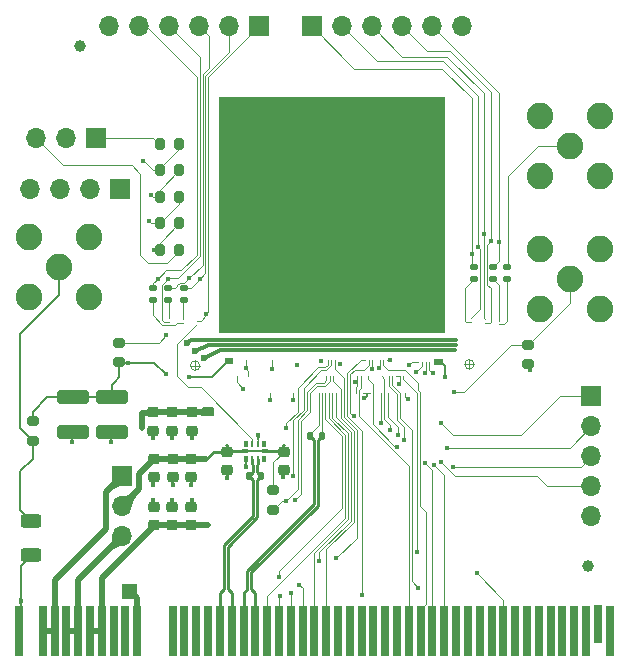
<source format=gbr>
G04 #@! TF.GenerationSoftware,KiCad,Pcbnew,(6.0.10)*
G04 #@! TF.CreationDate,2023-02-01T10:46:16+01:00*
G04 #@! TF.ProjectId,astropix_v3,61737472-6f70-4697-985f-76332e6b6963,1.0*
G04 #@! TF.SameCoordinates,Original*
G04 #@! TF.FileFunction,Copper,L1,Top*
G04 #@! TF.FilePolarity,Positive*
%FSLAX46Y46*%
G04 Gerber Fmt 4.6, Leading zero omitted, Abs format (unit mm)*
G04 Created by KiCad (PCBNEW (6.0.10)) date 2023-02-01 10:46:16*
%MOMM*%
%LPD*%
G01*
G04 APERTURE LIST*
G04 Aperture macros list*
%AMRoundRect*
0 Rectangle with rounded corners*
0 $1 Rounding radius*
0 $2 $3 $4 $5 $6 $7 $8 $9 X,Y pos of 4 corners*
0 Add a 4 corners polygon primitive as box body*
4,1,4,$2,$3,$4,$5,$6,$7,$8,$9,$2,$3,0*
0 Add four circle primitives for the rounded corners*
1,1,$1+$1,$2,$3*
1,1,$1+$1,$4,$5*
1,1,$1+$1,$6,$7*
1,1,$1+$1,$8,$9*
0 Add four rect primitives between the rounded corners*
20,1,$1+$1,$2,$3,$4,$5,0*
20,1,$1+$1,$4,$5,$6,$7,0*
20,1,$1+$1,$6,$7,$8,$9,0*
20,1,$1+$1,$8,$9,$2,$3,0*%
G04 Aperture macros list end*
G04 #@! TA.AperFunction,EtchedComponent*
%ADD10C,0.300000*%
G04 #@! TD*
G04 #@! TA.AperFunction,EtchedComponent*
%ADD11C,0.120000*%
G04 #@! TD*
G04 #@! TA.AperFunction,EtchedComponent*
%ADD12C,0.125000*%
G04 #@! TD*
G04 #@! TA.AperFunction,EtchedComponent*
%ADD13C,0.100000*%
G04 #@! TD*
G04 #@! TA.AperFunction,SMDPad,CuDef*
%ADD14R,19.210000X19.980000*%
G04 #@! TD*
G04 #@! TA.AperFunction,SMDPad,CuDef*
%ADD15R,0.125000X0.500000*%
G04 #@! TD*
G04 #@! TA.AperFunction,SMDPad,CuDef*
%ADD16R,0.125000X0.600000*%
G04 #@! TD*
G04 #@! TA.AperFunction,SMDPad,CuDef*
%ADD17R,0.100000X0.100000*%
G04 #@! TD*
G04 #@! TA.AperFunction,SMDPad,CuDef*
%ADD18R,0.600000X0.125000*%
G04 #@! TD*
G04 #@! TA.AperFunction,ComponentPad*
%ADD19C,0.600000*%
G04 #@! TD*
G04 #@! TA.AperFunction,ComponentPad*
%ADD20R,1.700000X1.700000*%
G04 #@! TD*
G04 #@! TA.AperFunction,ComponentPad*
%ADD21O,1.700000X1.700000*%
G04 #@! TD*
G04 #@! TA.AperFunction,SMDPad,CuDef*
%ADD22RoundRect,0.225000X-0.250000X0.225000X-0.250000X-0.225000X0.250000X-0.225000X0.250000X0.225000X0*%
G04 #@! TD*
G04 #@! TA.AperFunction,ComponentPad*
%ADD23C,2.250000*%
G04 #@! TD*
G04 #@! TA.AperFunction,SMDPad,CuDef*
%ADD24RoundRect,0.249999X1.100001X-0.325001X1.100001X0.325001X-1.100001X0.325001X-1.100001X-0.325001X0*%
G04 #@! TD*
G04 #@! TA.AperFunction,SMDPad,CuDef*
%ADD25C,1.000000*%
G04 #@! TD*
G04 #@! TA.AperFunction,SMDPad,CuDef*
%ADD26RoundRect,0.249997X-0.625003X0.312503X-0.625003X-0.312503X0.625003X-0.312503X0.625003X0.312503X0*%
G04 #@! TD*
G04 #@! TA.AperFunction,SMDPad,CuDef*
%ADD27R,0.300000X0.575000*%
G04 #@! TD*
G04 #@! TA.AperFunction,SMDPad,CuDef*
%ADD28R,0.250000X0.575000*%
G04 #@! TD*
G04 #@! TA.AperFunction,SMDPad,CuDef*
%ADD29R,0.630000X0.350000*%
G04 #@! TD*
G04 #@! TA.AperFunction,SMDPad,CuDef*
%ADD30RoundRect,0.135000X-0.135000X-0.185000X0.135000X-0.185000X0.135000X0.185000X-0.135000X0.185000X0*%
G04 #@! TD*
G04 #@! TA.AperFunction,ConnectorPad*
%ADD31R,0.700000X4.300000*%
G04 #@! TD*
G04 #@! TA.AperFunction,ConnectorPad*
%ADD32R,0.700000X3.200000*%
G04 #@! TD*
G04 #@! TA.AperFunction,SMDPad,CuDef*
%ADD33RoundRect,0.225000X0.250000X-0.225000X0.250000X0.225000X-0.250000X0.225000X-0.250000X-0.225000X0*%
G04 #@! TD*
G04 #@! TA.AperFunction,SMDPad,CuDef*
%ADD34RoundRect,0.200000X0.275000X-0.200000X0.275000X0.200000X-0.275000X0.200000X-0.275000X-0.200000X0*%
G04 #@! TD*
G04 #@! TA.AperFunction,SMDPad,CuDef*
%ADD35RoundRect,0.135000X0.185000X-0.135000X0.185000X0.135000X-0.185000X0.135000X-0.185000X-0.135000X0*%
G04 #@! TD*
G04 #@! TA.AperFunction,SMDPad,CuDef*
%ADD36RoundRect,0.135000X-0.185000X0.135000X-0.185000X-0.135000X0.185000X-0.135000X0.185000X0.135000X0*%
G04 #@! TD*
G04 #@! TA.AperFunction,SMDPad,CuDef*
%ADD37RoundRect,0.200000X-0.200000X-0.275000X0.200000X-0.275000X0.200000X0.275000X-0.200000X0.275000X0*%
G04 #@! TD*
G04 #@! TA.AperFunction,SMDPad,CuDef*
%ADD38RoundRect,0.200000X-0.275000X0.200000X-0.275000X-0.200000X0.275000X-0.200000X0.275000X0.200000X0*%
G04 #@! TD*
G04 #@! TA.AperFunction,ViaPad*
%ADD39C,0.450000*%
G04 #@! TD*
G04 #@! TA.AperFunction,Conductor*
%ADD40C,0.125000*%
G04 #@! TD*
G04 #@! TA.AperFunction,Conductor*
%ADD41C,0.250000*%
G04 #@! TD*
G04 #@! TA.AperFunction,Conductor*
%ADD42C,0.150000*%
G04 #@! TD*
G04 #@! TA.AperFunction,Conductor*
%ADD43C,0.500000*%
G04 #@! TD*
G04 #@! TA.AperFunction,Conductor*
%ADD44C,0.200000*%
G04 #@! TD*
G04 #@! TA.AperFunction,Conductor*
%ADD45C,0.220000*%
G04 #@! TD*
G04 APERTURE END LIST*
D10*
G04 #@! TO.C,U5*
X121100000Y-82100000D02*
X122235000Y-81650000D01*
X123300000Y-82075000D02*
X143110000Y-82075000D01*
X120400000Y-81400000D02*
X120765000Y-81225000D01*
X122235000Y-81650000D02*
X143185000Y-81650000D01*
D11*
X121075000Y-83000000D02*
X121075000Y-83750000D01*
D10*
X120765000Y-81225000D02*
X143135000Y-81225000D01*
X121800000Y-82700000D02*
X123300000Y-82075000D01*
D11*
X120725000Y-83350000D02*
X121475000Y-83350000D01*
X143950000Y-83250000D02*
X144700000Y-83250000D01*
X144300000Y-82900000D02*
X144300000Y-83650000D01*
D12*
X121475000Y-83350000D02*
G75*
G03*
X121475000Y-83350000I-400000J0D01*
G01*
X144700000Y-83250000D02*
G75*
G03*
X144700000Y-83250000I-400000J0D01*
G01*
G36*
X141955000Y-83213000D02*
G01*
X141335000Y-83213000D01*
X141335000Y-82813000D01*
X141955000Y-82813000D01*
X141955000Y-83213000D01*
G37*
D13*
X141955000Y-83213000D02*
X141335000Y-83213000D01*
X141335000Y-82813000D01*
X141955000Y-82813000D01*
X141955000Y-83213000D01*
G36*
X124175000Y-83140000D02*
G01*
X123575000Y-83140000D01*
X123575000Y-82740000D01*
X124175000Y-82740000D01*
X124175000Y-83140000D01*
G37*
X124175000Y-83140000D02*
X123575000Y-83140000D01*
X123575000Y-82740000D01*
X124175000Y-82740000D01*
X124175000Y-83140000D01*
G04 #@! TD*
D14*
G04 #@! TO.P,U5,B0*
G04 #@! TO.N,N/C*
X132705000Y-70600000D03*
D15*
G04 #@! TO.P,U5,B1,sub!*
G04 #@! TO.N,suba*
X123725000Y-82940000D03*
G04 #@! TO.P,U5,B2,sub!*
X123850000Y-82940000D03*
G04 #@! TO.P,U5,B3,sub!*
X123975000Y-82940000D03*
G04 #@! TO.P,U5,B4,sub!*
X124110000Y-82940000D03*
D16*
G04 #@! TO.P,U5,B5,subpixels*
G04 #@! TO.N,Net-(R11-Pad2)*
X124585000Y-84250000D03*
G04 #@! TO.P,U5,B9,gnda!*
G04 #@! TO.N,GND*
X125385000Y-82850000D03*
G04 #@! TO.P,U5,B11,gnda!*
X125585000Y-84250000D03*
G04 #@! TO.P,U5,B15,gnda!*
X127385000Y-85700000D03*
G04 #@! TO.P,U5,B17,gnda!*
X127585000Y-82850000D03*
G04 #@! TO.P,U5,B21,gnda!*
X129385000Y-85700000D03*
G04 #@! TO.P,U5,B23,gnda!*
X129585000Y-82850000D03*
G04 #@! TO.P,U5,B26,sample_clock_p*
G04 #@! TO.N,/sample_clock_P*
X131535000Y-85700000D03*
G04 #@! TO.P,U5,B27,sample_clock_n*
G04 #@! TO.N,/sample_clock_N*
X131785000Y-85700000D03*
G04 #@! TO.P,U5,B29,gnd!*
G04 #@! TO.N,GND*
X131985000Y-82850000D03*
G04 #@! TO.P,U5,B30,interrupt*
G04 #@! TO.N,/interrupt*
X132085000Y-85700000D03*
G04 #@! TO.P,U5,B31,res_n*
G04 #@! TO.N,/res_n*
X132185000Y-84250000D03*
G04 #@! TO.P,U5,B32,timestamp_clk*
G04 #@! TO.N,/timestamp_clk*
X132285000Y-82850000D03*
G04 #@! TO.P,U5,B33,hold*
G04 #@! TO.N,/hold*
X132385000Y-85700000D03*
G04 #@! TO.P,U5,B34,sr_CK1*
G04 #@! TO.N,/sr_ck1*
X132485000Y-84250000D03*
G04 #@! TO.P,U5,B35,sr_CK2*
G04 #@! TO.N,/sr_ck2*
X132585000Y-82850000D03*
G04 #@! TO.P,U5,B36,sr_LOAD*
G04 #@! TO.N,/sr_ld*
X132685000Y-85700000D03*
G04 #@! TO.P,U5,B37,sr_SIN*
G04 #@! TO.N,/sr_sin*
X132785000Y-84250000D03*
G04 #@! TO.P,U5,B38,sr_RB*
G04 #@! TO.N,/sr_rb*
X132885000Y-82850000D03*
G04 #@! TO.P,U5,B39,sr_SOUT*
G04 #@! TO.N,/sr_out*
X132985000Y-85700000D03*
G04 #@! TO.P,U5,B41,gnd!*
G04 #@! TO.N,GND*
X133185000Y-82850000D03*
G04 #@! TO.P,U5,B48,gnda!*
X134685000Y-85700000D03*
G04 #@! TO.P,U5,B49,gnda!*
X134785000Y-84250000D03*
G04 #@! TO.P,U5,B52,blpix*
G04 #@! TO.N,/DAC_blpix*
X135085000Y-84250000D03*
G04 #@! TO.P,U5,B54,gnda!*
G04 #@! TO.N,GND*
X135285000Y-85700000D03*
G04 #@! TO.P,U5,B56,Inj*
G04 #@! TO.N,/Inj*
X135485000Y-82850000D03*
G04 #@! TO.P,U5,B57,gnda!*
G04 #@! TO.N,GND*
X135585000Y-85700000D03*
G04 #@! TO.P,U5,B58,ThPix*
G04 #@! TO.N,/DAC_ThPix*
X135685000Y-84250000D03*
G04 #@! TO.P,U5,B59,vminuspix*
G04 #@! TO.N,/DAC_vminuspix*
X135785000Y-82850000D03*
G04 #@! TO.P,U5,B60,gnda!*
G04 #@! TO.N,GND*
X135885000Y-85700000D03*
G04 #@! TO.P,U5,B62,ampout*
G04 #@! TO.N,Net-(J4-Pad1)*
X136085000Y-82850000D03*
G04 #@! TO.P,U5,B67,gnda!*
G04 #@! TO.N,GND*
X136685000Y-82850000D03*
G04 #@! TO.P,U5,B68,Vtemp0*
G04 #@! TO.N,Net-(J3-Pad1)*
X136785000Y-85700000D03*
G04 #@! TO.P,U5,B69,Vtemp1*
G04 #@! TO.N,Net-(J3-Pad2)*
X136885000Y-84250000D03*
G04 #@! TO.P,U5,B70,Vcasc2!*
G04 #@! TO.N,/DAC_VCasc2!*
X136985000Y-82850000D03*
G04 #@! TO.P,U5,B73,gnda!*
G04 #@! TO.N,GND*
X137285000Y-82850000D03*
G04 #@! TO.P,U5,B74,Vtemp2*
G04 #@! TO.N,Net-(J3-Pad3)*
X137385000Y-85700000D03*
G04 #@! TO.P,U5,B75,Vtemp3*
G04 #@! TO.N,Net-(J3-Pad4)*
X137485000Y-84250000D03*
G04 #@! TO.P,U5,B77,ThPMOS*
G04 #@! TO.N,/DAC_ThPMOS*
X137785000Y-84250000D03*
G04 #@! TO.P,U5,B80,gnda!*
G04 #@! TO.N,GND*
X138085000Y-84250000D03*
G04 #@! TO.P,U5,B83,gnda!*
X138385000Y-84250000D03*
G04 #@! TO.P,U5,B84,DigInj*
G04 #@! TO.N,/DigInj*
X138685000Y-84250000D03*
D17*
G04 #@! TO.P,U5,B85*
G04 #@! TO.N,N/C*
X138785000Y-81600000D03*
D16*
G04 #@! TO.P,U5,B86,gnd!*
G04 #@! TO.N,GND*
X138885000Y-85700000D03*
G04 #@! TO.P,U5,B87,ring4*
G04 #@! TO.N,/ring4*
X139985000Y-83025000D03*
G04 #@! TO.P,U5,B88,ring3*
G04 #@! TO.N,/ring3*
X140285000Y-83025000D03*
G04 #@! TO.P,U5,B89,ring2*
G04 #@! TO.N,/ring2*
X140585000Y-83025000D03*
G04 #@! TO.P,U5,B90,ring1*
G04 #@! TO.N,/ring1*
X140885000Y-83025000D03*
D15*
G04 #@! TO.P,U5,B91,sub!*
G04 #@! TO.N,suba*
X141465000Y-83013000D03*
G04 #@! TO.P,U5,B92,sub!*
X141590000Y-83013000D03*
G04 #@! TO.P,U5,B93,sub!*
X141715000Y-83013000D03*
G04 #@! TO.P,U5,B94,sub!*
X141850000Y-83013000D03*
D18*
G04 #@! TO.P,U5,L1,SPI_left_MISO1*
G04 #@! TO.N,Net-(R10-Pad1)*
X118850000Y-79345000D03*
G04 #@! TO.P,U5,L2,SPI_left_MISO0*
G04 #@! TO.N,Net-(R13-Pad1)*
X120050000Y-79445000D03*
G04 #@! TO.P,U5,L3,SPI_left_MOSI*
G04 #@! TO.N,/spi_left_mosi*
X121200000Y-79545000D03*
G04 #@! TO.P,U5,L4,SPI_left_CLK*
G04 #@! TO.N,/spi_left_clk*
X118850000Y-79645000D03*
G04 #@! TO.P,U5,L5,SPI_left_CSN*
G04 #@! TO.N,Net-(R14-Pad1)*
X120050000Y-79745000D03*
G04 #@! TO.P,U5,L6,sample_clock_left*
G04 #@! TO.N,/sample_clock_se_in*
X121200000Y-79845000D03*
G04 #@! TO.P,U5,R1,sample_clock_right*
G04 #@! TO.N,Net-(R8-Pad2)*
X146800000Y-79845000D03*
G04 #@! TO.P,U5,R2,SPI_right_CSN*
G04 #@! TO.N,/spi_right_csn*
X145600000Y-79745000D03*
G04 #@! TO.P,U5,R3,SPI_right_CLK*
G04 #@! TO.N,Net-(R18-Pad2)*
X144450000Y-79645000D03*
G04 #@! TO.P,U5,R4,SPI_right_MOSI*
G04 #@! TO.N,Net-(R17-Pad2)*
X146800000Y-79545000D03*
G04 #@! TO.P,U5,R5,SPI_right_MISO0*
G04 #@! TO.N,/spi_right_miso0*
X145600000Y-79445000D03*
G04 #@! TO.P,U5,R6,SPI_right_MISO1*
G04 #@! TO.N,/spi_right_miso1*
X144450000Y-79345000D03*
D19*
G04 #@! TO.P,U5,VDDA_Ring,VDDA_Ring*
G04 #@! TO.N,VDDA*
X120400000Y-81400000D03*
G04 #@! TO.P,U5,VDDD_Ring,VDDD_Ring*
G04 #@! TO.N,VDD*
X121100000Y-82100000D03*
G04 #@! TO.P,U5,VSSA_Ring,VSSA_Ring*
G04 #@! TO.N,VSSA*
X121800000Y-82700000D03*
G04 #@! TD*
D20*
G04 #@! TO.P,J7,1,Pin_1*
G04 #@! TO.N,Net-(R6-Pad1)*
X112700000Y-64100000D03*
D21*
G04 #@! TO.P,J7,2,Pin_2*
G04 #@! TO.N,GND*
X110160000Y-64100000D03*
G04 #@! TO.P,J7,3,Pin_3*
G04 #@! TO.N,Net-(R19-Pad2)*
X107620000Y-64100000D03*
G04 #@! TD*
D22*
G04 #@! TO.P,C8,1*
G04 #@! TO.N,VDD*
X120751600Y-91274600D03*
G04 #@! TO.P,C8,2*
G04 #@! TO.N,GND*
X120751600Y-92824600D03*
G04 #@! TD*
G04 #@! TO.P,C9,1*
G04 #@! TO.N,VDD*
X119176800Y-91274600D03*
G04 #@! TO.P,C9,2*
G04 #@! TO.N,GND*
X119176800Y-92824600D03*
G04 #@! TD*
G04 #@! TO.P,C10,1*
G04 #@! TO.N,VDD*
X117551200Y-91274600D03*
G04 #@! TO.P,C10,2*
G04 #@! TO.N,GND*
X117551200Y-92824600D03*
G04 #@! TD*
D23*
G04 #@! TO.P,J6,1,In*
G04 #@! TO.N,/HV_in_ext*
X109520000Y-75000000D03*
G04 #@! TO.P,J6,2,Ext*
G04 #@! TO.N,GND*
X106980000Y-72460000D03*
X112060000Y-77540000D03*
X106980000Y-77540000D03*
X112060000Y-72460000D03*
G04 #@! TD*
D20*
G04 #@! TO.P,J9,1,Pin_1*
G04 #@! TO.N,/spi_left_mosi*
X126492000Y-54610000D03*
D21*
G04 #@! TO.P,J9,2,Pin_2*
G04 #@! TO.N,/spi_left_miso0*
X123952000Y-54610000D03*
G04 #@! TO.P,J9,3,Pin_3*
G04 #@! TO.N,/spi_left_miso1*
X121412000Y-54610000D03*
G04 #@! TO.P,J9,4,Pin_4*
G04 #@! TO.N,/spi_left_clk*
X118872000Y-54610000D03*
G04 #@! TO.P,J9,5,Pin_5*
G04 #@! TO.N,/spi_left_csn*
X116332000Y-54610000D03*
G04 #@! TO.P,J9,6,Pin_6*
G04 #@! TO.N,GND*
X113792000Y-54610000D03*
G04 #@! TD*
D24*
G04 #@! TO.P,C6,1*
G04 #@! TO.N,GND*
X110693200Y-88978000D03*
G04 #@! TO.P,C6,2*
G04 #@! TO.N,suba*
X110693200Y-86028000D03*
G04 #@! TD*
G04 #@! TO.P,C4,1*
G04 #@! TO.N,GND*
X113995200Y-88978000D03*
G04 #@! TO.P,C4,2*
G04 #@! TO.N,suba*
X113995200Y-86028000D03*
G04 #@! TD*
D25*
G04 #@! TO.P,FID2,*
G04 #@! TO.N,*
X154305000Y-100330000D03*
G04 #@! TD*
D26*
G04 #@! TO.P,R1,1*
G04 #@! TO.N,/HV_in_ext*
X107188000Y-96479900D03*
G04 #@! TO.P,R1,2*
G04 #@! TO.N,-HV*
X107188000Y-99404900D03*
G04 #@! TD*
D20*
G04 #@! TO.P,J10,1,Pin_1*
G04 #@! TO.N,/spi_right_clk*
X130937000Y-54610000D03*
D21*
G04 #@! TO.P,J10,2,Pin_2*
G04 #@! TO.N,/spi_right_miso1*
X133477000Y-54610000D03*
G04 #@! TO.P,J10,3,Pin_3*
G04 #@! TO.N,/spi_right_miso0*
X136017000Y-54610000D03*
G04 #@! TO.P,J10,4,Pin_4*
G04 #@! TO.N,/spi_right_csn*
X138557000Y-54610000D03*
G04 #@! TO.P,J10,5,Pin_5*
G04 #@! TO.N,/spi_right_mosi*
X141097000Y-54610000D03*
G04 #@! TO.P,J10,6,Pin_6*
G04 #@! TO.N,GND*
X143637000Y-54610000D03*
G04 #@! TD*
D27*
G04 #@! TO.P,U2,1,GND*
G04 #@! TO.N,GND*
X125410001Y-91237504D03*
D28*
G04 #@! TO.P,U2,2,IN+*
G04 #@! TO.N,/sample_clock_se_P*
X125910001Y-91237504D03*
G04 #@! TO.P,U2,3,IN-*
G04 #@! TO.N,/sample_clock_se_N*
X126410001Y-91237504D03*
D27*
G04 #@! TO.P,U2,4,NC*
G04 #@! TO.N,unconnected-(U2-Pad4)*
X126910001Y-91237504D03*
D29*
G04 #@! TO.P,U2,5,VCC*
G04 #@! TO.N,VDD*
X127020001Y-90600004D03*
D27*
G04 #@! TO.P,U2,6,NC*
G04 #@! TO.N,unconnected-(U2-Pad6)*
X126910001Y-89962504D03*
D28*
G04 #@! TO.P,U2,7,GND*
G04 #@! TO.N,GND*
X126410001Y-89962504D03*
G04 #@! TO.P,U2,8,OUT*
G04 #@! TO.N,/sample_clock_se_in*
X125910001Y-89962504D03*
D27*
G04 #@! TO.P,U2,9,NC*
G04 #@! TO.N,unconnected-(U2-Pad9)*
X125410001Y-89962504D03*
D29*
G04 #@! TO.P,U2,10,VDD*
G04 #@! TO.N,VDD*
X125300001Y-90600004D03*
G04 #@! TD*
D30*
G04 #@! TO.P,R3,1*
G04 #@! TO.N,/sample_clock_se_P*
X125650001Y-92682804D03*
G04 #@! TO.P,R3,2*
G04 #@! TO.N,/sample_clock_se_N*
X126670001Y-92682804D03*
G04 #@! TD*
D22*
G04 #@! TO.P,C12,1*
G04 #@! TO.N,VDD*
X128573001Y-90637804D03*
G04 #@! TO.P,C12,2*
G04 #@! TO.N,GND*
X128573001Y-92187804D03*
G04 #@! TD*
D31*
G04 #@! TO.P,J1,B1,HV*
G04 #@! TO.N,-HV*
X106172000Y-105791000D03*
G04 #@! TO.P,J1,B3,VDD18*
G04 #@! TO.N,/VDD18_in*
X108172000Y-105791000D03*
G04 #@! TO.P,J1,B4,VDD18*
X109172000Y-105791000D03*
G04 #@! TO.P,J1,B5,POW4*
G04 #@! TO.N,/POW4_in*
X110172000Y-105791000D03*
G04 #@! TO.P,J1,B6,POW4*
X111172000Y-105791000D03*
G04 #@! TO.P,J1,B7,POW6*
G04 #@! TO.N,VDDA*
X112172000Y-105791000D03*
G04 #@! TO.P,J1,B8,POW6*
X113172000Y-105791000D03*
G04 #@! TO.P,J1,B9,POW8*
G04 #@! TO.N,unconnected-(J1-PadB9)*
X114172000Y-105791000D03*
G04 #@! TO.P,J1,B10,POW8*
G04 #@! TO.N,unconnected-(J1-PadB10)*
X115172000Y-105791000D03*
G04 #@! TO.P,J1,B11,GND*
G04 #@! TO.N,GND*
X116172000Y-105791000D03*
G04 #@! TO.P,J1,B12,C1_4*
G04 #@! TO.N,unconnected-(J1-PadB12)*
X119172000Y-105791000D03*
G04 #@! TO.P,J1,B13,C1_3*
G04 #@! TO.N,unconnected-(J1-PadB13)*
X120172000Y-105791000D03*
G04 #@! TO.P,J1,B14,C1_8*
G04 #@! TO.N,unconnected-(J1-PadB14)*
X121172000Y-105791000D03*
G04 #@! TO.P,J1,B15,C1_7*
G04 #@! TO.N,unconnected-(J1-PadB15)*
X122172000Y-105791000D03*
G04 #@! TO.P,J1,B16,FMC_LA24_P*
G04 #@! TO.N,/sample_clock_se_P*
X123172000Y-105791000D03*
G04 #@! TO.P,J1,B17,FMC_LA24_N*
G04 #@! TO.N,/sample_clock_se_N*
X124172000Y-105791000D03*
G04 #@! TO.P,J1,B18,FMC_LA22_P*
G04 #@! TO.N,/sample_clock_P*
X125172000Y-105791000D03*
G04 #@! TO.P,J1,B19,FMC_LA22_N*
G04 #@! TO.N,/sample_clock_N*
X126172000Y-105791000D03*
G04 #@! TO.P,J1,B20,FMC_LA20_P*
G04 #@! TO.N,/hold*
X127172000Y-105791000D03*
G04 #@! TO.P,J1,B21,FMC_LA20_N*
G04 #@! TO.N,/timestamp_clk*
X128172000Y-105791000D03*
G04 #@! TO.P,J1,B22,FMC_LA18_CC_P*
G04 #@! TO.N,/interrupt*
X129172000Y-105791000D03*
G04 #@! TO.P,J1,B23,FMC_LA18_CC_N*
G04 #@! TO.N,/res_n*
X130172000Y-105791000D03*
G04 #@! TO.P,J1,B24,C2_4*
G04 #@! TO.N,/sr_ld*
X131172000Y-105791000D03*
G04 #@! TO.P,J1,B25,C2_3*
G04 #@! TO.N,/sr_sin*
X132172000Y-105791000D03*
G04 #@! TO.P,J1,B26,C2_8*
G04 #@! TO.N,unconnected-(J1-PadB26)*
X133172000Y-105791000D03*
G04 #@! TO.P,J1,B27,C2_7*
G04 #@! TO.N,unconnected-(J1-PadB27)*
X134172000Y-105791000D03*
G04 #@! TO.P,J1,B28,C3_4*
G04 #@! TO.N,unconnected-(J1-PadB28)*
X135172000Y-105791000D03*
G04 #@! TO.P,J1,B29,C3_3*
G04 #@! TO.N,unconnected-(J1-PadB29)*
X136172000Y-105791000D03*
G04 #@! TO.P,J1,B30,C3_8*
G04 #@! TO.N,unconnected-(J1-PadB30)*
X137172000Y-105791000D03*
G04 #@! TO.P,J1,B31,C3_7*
G04 #@! TO.N,unconnected-(J1-PadB31)*
X138172000Y-105791000D03*
G04 #@! TO.P,J1,B32,C4_4*
G04 #@! TO.N,/DAC_blpix*
X139172000Y-105791000D03*
G04 #@! TO.P,J1,B33,C4_3*
G04 #@! TO.N,/DAC_VCasc2!*
X140172000Y-105791000D03*
G04 #@! TO.P,J1,B34,C4_8*
G04 #@! TO.N,/DAC_ThPix*
X141172000Y-105791000D03*
G04 #@! TO.P,J1,B35,C4_7*
G04 #@! TO.N,/DAC_vminuspix*
X142172000Y-105791000D03*
G04 #@! TO.P,J1,B36,C5_4*
G04 #@! TO.N,unconnected-(J1-PadB36)*
X143172000Y-105791000D03*
G04 #@! TO.P,J1,B37,C5_3*
G04 #@! TO.N,unconnected-(J1-PadB37)*
X144172000Y-105791000D03*
G04 #@! TO.P,J1,B38,C5_8*
G04 #@! TO.N,unconnected-(J1-PadB38)*
X145172000Y-105791000D03*
G04 #@! TO.P,J1,B39,C5_7*
G04 #@! TO.N,unconnected-(J1-PadB39)*
X146172000Y-105791000D03*
G04 #@! TO.P,J1,B40,FMC_LA16_P*
G04 #@! TO.N,/DigInj*
X147172000Y-105791000D03*
G04 #@! TO.P,J1,B41,FMC_LA16_N*
G04 #@! TO.N,unconnected-(J1-PadB41)*
X148172000Y-105791000D03*
G04 #@! TO.P,J1,B42,FMC_LA14_P*
G04 #@! TO.N,unconnected-(J1-PadB42)*
X149172000Y-105791000D03*
G04 #@! TO.P,J1,B43,FMC_LA14_N*
G04 #@! TO.N,unconnected-(J1-PadB43)*
X150172000Y-105791000D03*
G04 #@! TO.P,J1,B44,FMC_LA12_P*
G04 #@! TO.N,unconnected-(J1-PadB44)*
X151172000Y-105791000D03*
G04 #@! TO.P,J1,B45,FMC_LA12_N*
G04 #@! TO.N,unconnected-(J1-PadB45)*
X152172000Y-105791000D03*
G04 #@! TO.P,J1,B46,FMC_LA10_P*
G04 #@! TO.N,unconnected-(J1-PadB46)*
X153172000Y-105791000D03*
G04 #@! TO.P,J1,B47,FMC_LA10_N*
G04 #@! TO.N,unconnected-(J1-PadB47)*
X154172000Y-105791000D03*
D32*
G04 #@! TO.P,J1,B48,FMC_LA08_P*
G04 #@! TO.N,unconnected-(J1-PadB48)*
X155172000Y-105241000D03*
D31*
G04 #@! TO.P,J1,B49,FMC_LA08_N*
G04 #@! TO.N,unconnected-(J1-PadB49)*
X156172000Y-105791000D03*
G04 #@! TD*
D20*
G04 #@! TO.P,JP1,1,A*
G04 #@! TO.N,/VDD18_in*
X114909600Y-92710000D03*
D21*
G04 #@! TO.P,JP1,2,C*
G04 #@! TO.N,VDD*
X114909600Y-95250000D03*
G04 #@! TO.P,JP1,3,B*
G04 #@! TO.N,/POW4_in*
X114909600Y-97790000D03*
G04 #@! TD*
D33*
G04 #@! TO.P,C11,1*
G04 #@! TO.N,VDDA*
X120751600Y-96863200D03*
G04 #@! TO.P,C11,2*
G04 #@! TO.N,GND*
X120751600Y-95313200D03*
G04 #@! TD*
G04 #@! TO.P,C13,1*
G04 #@! TO.N,VDDA*
X119151400Y-96863200D03*
G04 #@! TO.P,C13,2*
G04 #@! TO.N,GND*
X119151400Y-95313200D03*
G04 #@! TD*
D22*
G04 #@! TO.P,C7,1*
G04 #@! TO.N,VDD*
X123797801Y-90637804D03*
G04 #@! TO.P,C7,2*
G04 #@! TO.N,GND*
X123797801Y-92187804D03*
G04 #@! TD*
D34*
G04 #@! TO.P,R12,1*
G04 #@! TO.N,/HV_in_ext*
X107315000Y-89725000D03*
G04 #@! TO.P,R12,2*
G04 #@! TO.N,suba*
X107315000Y-88075000D03*
G04 #@! TD*
D33*
G04 #@! TO.P,C14,1*
G04 #@! TO.N,VDDA*
X117576600Y-96863200D03*
G04 #@! TO.P,C14,2*
G04 #@! TO.N,GND*
X117576600Y-95313200D03*
G04 #@! TD*
D35*
G04 #@! TO.P,R13,1*
G04 #@! TO.N,Net-(R13-Pad1)*
X120100000Y-77810000D03*
G04 #@! TO.P,R13,2*
G04 #@! TO.N,/spi_left_miso0*
X120100000Y-76790000D03*
G04 #@! TD*
G04 #@! TO.P,R14,1*
G04 #@! TO.N,Net-(R14-Pad1)*
X117500000Y-77810000D03*
G04 #@! TO.P,R14,2*
G04 #@! TO.N,/spi_left_csn*
X117500000Y-76790000D03*
G04 #@! TD*
D36*
G04 #@! TO.P,R17,1*
G04 #@! TO.N,/spi_right_mosi*
X146300000Y-74990000D03*
G04 #@! TO.P,R17,2*
G04 #@! TO.N,Net-(R17-Pad2)*
X146300000Y-76010000D03*
G04 #@! TD*
G04 #@! TO.P,R18,1*
G04 #@! TO.N,/spi_right_clk*
X144700000Y-74990000D03*
G04 #@! TO.P,R18,2*
G04 #@! TO.N,Net-(R18-Pad2)*
X144700000Y-76010000D03*
G04 #@! TD*
D35*
G04 #@! TO.P,R10,1*
G04 #@! TO.N,Net-(R10-Pad1)*
X118800000Y-77810000D03*
G04 #@! TO.P,R10,2*
G04 #@! TO.N,/spi_left_miso1*
X118800000Y-76790000D03*
G04 #@! TD*
D36*
G04 #@! TO.P,R8,1*
G04 #@! TO.N,/sc_out*
X147500000Y-74990000D03*
G04 #@! TO.P,R8,2*
G04 #@! TO.N,Net-(R8-Pad2)*
X147500000Y-76010000D03*
G04 #@! TD*
D25*
G04 #@! TO.P,FID1,*
G04 #@! TO.N,*
X111300000Y-56300000D03*
G04 #@! TD*
D23*
G04 #@! TO.P,J5,1,In*
G04 #@! TO.N,/sc_out*
X152800000Y-64800000D03*
G04 #@! TO.P,J5,2,Ext*
G04 #@! TO.N,GND*
X155340000Y-67340000D03*
X155340000Y-62260000D03*
X150260000Y-62260000D03*
X150260000Y-67340000D03*
G04 #@! TD*
D34*
G04 #@! TO.P,R11,1*
G04 #@! TO.N,suba*
X114650000Y-83075000D03*
G04 #@! TO.P,R11,2*
G04 #@! TO.N,Net-(R11-Pad2)*
X114650000Y-81425000D03*
G04 #@! TD*
D23*
G04 #@! TO.P,J4,1,In*
G04 #@! TO.N,Net-(J4-Pad1)*
X152800000Y-76000000D03*
G04 #@! TO.P,J4,2,Ext*
G04 #@! TO.N,GND*
X150260000Y-78540000D03*
X155340000Y-73460000D03*
X150260000Y-73460000D03*
X155340000Y-78540000D03*
G04 #@! TD*
D20*
G04 #@! TO.P,J2,1,Pin_1*
G04 #@! TO.N,/ring1*
X114700000Y-68400000D03*
D21*
G04 #@! TO.P,J2,2,Pin_2*
G04 #@! TO.N,/ring2*
X112160000Y-68400000D03*
G04 #@! TO.P,J2,3,Pin_3*
G04 #@! TO.N,/ring3*
X109620000Y-68400000D03*
G04 #@! TO.P,J2,4,Pin_4*
G04 #@! TO.N,/ring4*
X107080000Y-68400000D03*
G04 #@! TD*
D37*
G04 #@! TO.P,R9,1*
G04 #@! TO.N,/ring1*
X118100000Y-66800000D03*
G04 #@! TO.P,R9,2*
G04 #@! TO.N,/ring2*
X119750000Y-66800000D03*
G04 #@! TD*
D22*
G04 #@! TO.P,C2,1*
G04 #@! TO.N,VSSA*
X120800000Y-87325000D03*
G04 #@! TO.P,C2,2*
G04 #@! TO.N,GND*
X120800000Y-88875000D03*
G04 #@! TD*
D37*
G04 #@! TO.P,R16,1*
G04 #@! TO.N,/ring3*
X118100000Y-71300000D03*
G04 #@! TO.P,R16,2*
G04 #@! TO.N,/ring4*
X119750000Y-71300000D03*
G04 #@! TD*
D22*
G04 #@! TO.P,C15,1*
G04 #@! TO.N,VSSA*
X119150000Y-87325000D03*
G04 #@! TO.P,C15,2*
G04 #@! TO.N,GND*
X119150000Y-88875000D03*
G04 #@! TD*
D30*
G04 #@! TO.P,R4,1*
G04 #@! TO.N,/sample_clock_P*
X130790000Y-89300000D03*
G04 #@! TO.P,R4,2*
G04 #@! TO.N,/sample_clock_N*
X131810000Y-89300000D03*
G04 #@! TD*
D37*
G04 #@! TO.P,R19,1*
G04 #@! TO.N,/ring4*
X118100000Y-73600000D03*
G04 #@! TO.P,R19,2*
G04 #@! TO.N,Net-(R19-Pad2)*
X119750000Y-73600000D03*
G04 #@! TD*
D38*
G04 #@! TO.P,R5,1*
G04 #@! TO.N,VDD*
X127700000Y-93900000D03*
G04 #@! TO.P,R5,2*
G04 #@! TO.N,/res_n*
X127700000Y-95550000D03*
G04 #@! TD*
D37*
G04 #@! TO.P,R6,1*
G04 #@! TO.N,Net-(R6-Pad1)*
X118100000Y-64600000D03*
G04 #@! TO.P,R6,2*
G04 #@! TO.N,/ring1*
X119750000Y-64600000D03*
G04 #@! TD*
D20*
G04 #@! TO.P,J3,1,Pin_1*
G04 #@! TO.N,Net-(J3-Pad1)*
X154600000Y-85960000D03*
D21*
G04 #@! TO.P,J3,2,Pin_2*
G04 #@! TO.N,Net-(J3-Pad2)*
X154600000Y-88500000D03*
G04 #@! TO.P,J3,3,Pin_3*
G04 #@! TO.N,Net-(J3-Pad3)*
X154600000Y-91040000D03*
G04 #@! TO.P,J3,4,Pin_4*
G04 #@! TO.N,Net-(J3-Pad4)*
X154600000Y-93580000D03*
G04 #@! TO.P,J3,5,Pin_5*
G04 #@! TO.N,GND*
X154600000Y-96120000D03*
G04 #@! TD*
D22*
G04 #@! TO.P,C1,1*
G04 #@! TO.N,VSSA*
X117550000Y-87325000D03*
G04 #@! TO.P,C1,2*
G04 #@! TO.N,GND*
X117550000Y-88875000D03*
G04 #@! TD*
D37*
G04 #@! TO.P,R15,1*
G04 #@! TO.N,/ring2*
X118100000Y-69100000D03*
G04 #@! TO.P,R15,2*
G04 #@! TO.N,/ring3*
X119750000Y-69100000D03*
G04 #@! TD*
D38*
G04 #@! TO.P,R2,1*
G04 #@! TO.N,Net-(J4-Pad1)*
X149300000Y-81575000D03*
G04 #@! TO.P,R2,2*
G04 #@! TO.N,GND*
X149300000Y-83225000D03*
G04 #@! TD*
D39*
G04 #@! TO.N,suba*
X118600000Y-84100000D03*
X120525279Y-84289388D03*
G04 #@! TO.N,VDD*
X122025400Y-91274600D03*
X121523700Y-91274600D03*
G04 #@! TO.N,VDDA*
X121551404Y-96863200D03*
X122123200Y-96850200D03*
G04 #@! TO.N,suba*
X142200000Y-84300000D03*
X115400000Y-83100000D03*
G04 #@! TO.N,Net-(J3-Pad1)*
X136800000Y-88200000D03*
X141900000Y-88200000D03*
G04 #@! TO.N,/res_n*
X129901386Y-101901386D03*
X128750000Y-94800000D03*
G04 #@! TO.N,Net-(J4-Pad1)*
X143000000Y-85600000D03*
X136085000Y-83635000D03*
G04 #@! TO.N,/Inj*
X135200000Y-102800000D03*
G04 #@! TO.N,/DAC_vminuspix*
X134508715Y-87608887D03*
X141312479Y-91777953D03*
G04 #@! TO.N,/DAC_ThPix*
X140561501Y-91609631D03*
X138175249Y-90216461D03*
G04 #@! TO.N,/timestamp_clk*
X128800000Y-88600000D03*
X128300000Y-102850000D03*
G04 #@! TO.N,/sr_ck2*
X129338489Y-92700000D03*
G04 #@! TO.N,/sr_ck1*
X129500000Y-94700000D03*
G04 #@! TO.N,GND*
X128547601Y-92809810D03*
X139088000Y-86200000D03*
X120777000Y-94742000D03*
X125347197Y-91920804D03*
X136657557Y-83538000D03*
X149411002Y-83757228D03*
X125385000Y-83585000D03*
X117500400Y-93421200D03*
X129338000Y-86300000D03*
X119150000Y-89450000D03*
X115824000Y-102717600D03*
X119176800Y-93421200D03*
X134611520Y-84750000D03*
X129700000Y-83300000D03*
X115214400Y-102743000D03*
X120800000Y-89450000D03*
X131750000Y-83000000D03*
X120751600Y-93421200D03*
X117550000Y-89450000D03*
X115824000Y-102108000D03*
X138350000Y-84900000D03*
X110642400Y-89814400D03*
X117500388Y-94691200D03*
X123797801Y-92835204D03*
X133350000Y-83250000D03*
X119151402Y-94691200D03*
X127600000Y-83600000D03*
X126439401Y-89253804D03*
X115214400Y-102108000D03*
X127400000Y-86300000D03*
X135412000Y-86100000D03*
X137550000Y-82850000D03*
X113944400Y-89814398D03*
G04 #@! TO.N,/interrupt*
X129150000Y-102600000D03*
X128152446Y-101285102D03*
G04 #@! TO.N,-HV*
X106297030Y-103276400D03*
G04 #@! TO.N,/spi_left_csn*
X117900000Y-76000000D03*
G04 #@! TO.N,/spi_left_clk*
X118807298Y-76007298D03*
G04 #@! TO.N,/spi_left_mosi*
X121991250Y-78991250D03*
G04 #@! TO.N,/spi_left_miso0*
X121500000Y-76000000D03*
G04 #@! TO.N,/spi_left_miso1*
X120552861Y-75952861D03*
G04 #@! TO.N,/spi_right_csn*
X146100000Y-72800000D03*
G04 #@! TO.N,/spi_right_clk*
X144500000Y-73900000D03*
G04 #@! TO.N,/spi_right_mosi*
X146800000Y-72900000D03*
G04 #@! TO.N,/spi_right_miso0*
X145500000Y-72200000D03*
G04 #@! TO.N,/spi_right_miso1*
X144997500Y-73300000D03*
G04 #@! TO.N,/sr_rb*
X132981510Y-99685838D03*
G04 #@! TO.N,/sr_out*
X131600000Y-99900000D03*
G04 #@! TO.N,/DigInj*
X139900000Y-99100000D03*
X144900000Y-100900000D03*
G04 #@! TO.N,/ring1*
X141200000Y-84000000D03*
X116694142Y-66014314D03*
G04 #@! TO.N,/ring2*
X140500000Y-84000000D03*
X117325000Y-68875000D03*
G04 #@! TO.N,/ring3*
X117193164Y-71138907D03*
X139808672Y-83891328D03*
G04 #@! TO.N,/ring4*
X139208672Y-83291328D03*
X117605164Y-73544836D03*
G04 #@! TO.N,Net-(J3-Pad2)*
X137600000Y-88800000D03*
X142400000Y-90300000D03*
G04 #@! TO.N,Net-(J3-Pad3)*
X138212281Y-89200000D03*
X142899244Y-91901275D03*
G04 #@! TO.N,Net-(J3-Pad4)*
X138788000Y-89673383D03*
X141932656Y-91517344D03*
G04 #@! TO.N,VSSA*
X116550000Y-88650000D03*
X122400000Y-87300000D03*
X116550000Y-87400000D03*
X116550000Y-88000000D03*
X121800000Y-87300000D03*
G04 #@! TO.N,/DAC_ThPMOS*
X139950000Y-102150000D03*
G04 #@! TO.N,Net-(R11-Pad2)*
X125100000Y-85300000D03*
X118600000Y-80800000D03*
G04 #@! TD*
D40*
G04 #@! TO.N,/spi_right_miso1*
X142100000Y-57600000D02*
X144997500Y-60497500D01*
X136467000Y-57600000D02*
X142100000Y-57600000D01*
X144997500Y-60497500D02*
X144997500Y-73300000D01*
X133477000Y-54610000D02*
X136467000Y-57600000D01*
G04 #@! TO.N,/spi_right_mosi*
X146800000Y-74490000D02*
X146800000Y-72900000D01*
X146300000Y-74990000D02*
X146800000Y-74490000D01*
X141097000Y-54610000D02*
X146800000Y-60313000D01*
X146800000Y-60313000D02*
X146800000Y-72900000D01*
G04 #@! TO.N,/spi_right_miso0*
X145500000Y-60294291D02*
X145500000Y-72200000D01*
X142405709Y-57200000D02*
X145500000Y-60294291D01*
X138607000Y-57200000D02*
X142405709Y-57200000D01*
X136017000Y-54610000D02*
X138607000Y-57200000D01*
G04 #@! TO.N,/spi_right_clk*
X134527000Y-58200000D02*
X130937000Y-54610000D01*
X142000000Y-58200000D02*
X134527000Y-58200000D01*
X144500000Y-60700000D02*
X142000000Y-58200000D01*
X144500000Y-73900000D02*
X144500000Y-60700000D01*
G04 #@! TO.N,/spi_right_csn*
X142651468Y-56751468D02*
X146100000Y-60200000D01*
X140698468Y-56751468D02*
X142651468Y-56751468D01*
X138557000Y-54610000D02*
X140698468Y-56751468D01*
X146100000Y-60200000D02*
X146100000Y-72800000D01*
G04 #@! TO.N,Net-(J3-Pad1)*
X148700000Y-89200000D02*
X142900000Y-89200000D01*
X151940000Y-85960000D02*
X148700000Y-89200000D01*
X142900000Y-89200000D02*
X141900000Y-88200000D01*
X154600000Y-85960000D02*
X151940000Y-85960000D01*
G04 #@! TO.N,Net-(J4-Pad1)*
X143800000Y-85600000D02*
X143000000Y-85600000D01*
X147825000Y-81575000D02*
X143800000Y-85600000D01*
X149300000Y-81575000D02*
X147825000Y-81575000D01*
G04 #@! TO.N,/sc_out*
X147600000Y-74890000D02*
X147600000Y-68839193D01*
X147500000Y-74990000D02*
X147600000Y-74890000D01*
X147600000Y-67300000D02*
X150100000Y-64800000D01*
X150100000Y-64800000D02*
X152800000Y-64800000D01*
X147600000Y-68800000D02*
X147600000Y-67300000D01*
G04 #@! TO.N,/res_n*
X130172000Y-102172000D02*
X129901386Y-101901386D01*
X130172000Y-105791000D02*
X130172000Y-102172000D01*
G04 #@! TO.N,/DAC_ThPMOS*
X139421511Y-88774359D02*
X139421511Y-101621511D01*
X139421511Y-101621511D02*
X139950000Y-102150000D01*
X138449520Y-87802368D02*
X139421511Y-88774359D01*
X137785000Y-85009652D02*
X138449520Y-85674172D01*
X138449520Y-85674172D02*
X138449520Y-87802368D01*
X137785000Y-84250000D02*
X137785000Y-85009652D01*
D41*
G04 #@! TO.N,VDD*
X122662196Y-90637804D02*
X123797801Y-90637804D01*
X122025400Y-91274600D02*
X122662196Y-90637804D01*
D42*
G04 #@! TO.N,suba*
X117600000Y-83100000D02*
X118600000Y-84100000D01*
X115400000Y-83100000D02*
X117600000Y-83100000D01*
D40*
G04 #@! TO.N,/sample_clock_se_in*
X120464326Y-85200000D02*
X119500000Y-84235674D01*
X121559997Y-85200000D02*
X120464326Y-85200000D01*
X125910001Y-89550004D02*
X121559997Y-85200000D01*
X119500000Y-84235674D02*
X119500000Y-81545000D01*
X125910001Y-89962504D02*
X125910001Y-89550004D01*
X119500000Y-81545000D02*
X121200000Y-79845000D01*
D42*
G04 #@! TO.N,suba*
X123850000Y-82940000D02*
X122500612Y-84289388D01*
X122500612Y-84289388D02*
X120525279Y-84289388D01*
D40*
G04 #@! TO.N,Net-(R6-Pad1)*
X117500000Y-64100000D02*
X118100000Y-64700000D01*
X112700000Y-64100000D02*
X117500000Y-64100000D01*
G04 #@! TO.N,/ring2*
X118100000Y-69100000D02*
X117550000Y-69100000D01*
X117550000Y-69100000D02*
X117325000Y-68875000D01*
G04 #@! TO.N,Net-(R19-Pad2)*
X109920000Y-66400000D02*
X107620000Y-64100000D01*
X115700000Y-66400000D02*
X109920000Y-66400000D01*
X116400000Y-67100000D02*
X115700000Y-66400000D01*
X118712020Y-74687980D02*
X117087980Y-74687980D01*
X116400000Y-74000000D02*
X116400000Y-67100000D01*
X119750000Y-73650000D02*
X118712020Y-74687980D01*
X117087980Y-74687980D02*
X116400000Y-74000000D01*
X119750000Y-73600000D02*
X119750000Y-73650000D01*
G04 #@! TO.N,VDD*
X127020002Y-90600000D02*
X128306005Y-90600000D01*
D41*
X121523700Y-91274600D02*
X122025400Y-91274600D01*
X123835605Y-90600000D02*
X123797801Y-90637804D01*
D40*
X128573001Y-90637804D02*
X127700000Y-91510805D01*
D43*
X117551200Y-91274600D02*
X122025400Y-91274600D01*
X116332000Y-92493800D02*
X117551200Y-91274600D01*
D41*
X128535197Y-90600000D02*
X128573001Y-90637804D01*
D44*
X125300001Y-90600004D02*
X127020001Y-90600004D01*
D41*
X127020002Y-90600000D02*
X128535197Y-90600000D01*
D43*
X114909600Y-95250000D02*
X116332000Y-93827600D01*
X116332000Y-93827600D02*
X116332000Y-92493800D01*
D40*
X127700000Y-91510805D02*
X127700000Y-93900000D01*
D41*
X125300000Y-90600000D02*
X123835605Y-90600000D01*
D43*
G04 #@! TO.N,VDDA*
X113172000Y-101340602D02*
X117551200Y-96961402D01*
X112172000Y-105791000D02*
X113172000Y-105791000D01*
D41*
X120751600Y-96863200D02*
X121551404Y-96863200D01*
D43*
X122110200Y-96863200D02*
X122123200Y-96850200D01*
X117551200Y-96961402D02*
X117551200Y-96863200D01*
X117551200Y-96863200D02*
X120751600Y-96863200D01*
X113172000Y-105791000D02*
X113172000Y-101340602D01*
X120751600Y-96863200D02*
X122110200Y-96863200D01*
D45*
G04 #@! TO.N,/sample_clock_se_P*
X125985001Y-91750002D02*
X125910002Y-91675003D01*
X125985001Y-96067511D02*
X125985001Y-93017804D01*
X123172000Y-105791000D02*
X123172000Y-102565999D01*
X123497000Y-98555512D02*
X125985001Y-96067511D01*
X125985001Y-93017804D02*
X125650001Y-92682804D01*
X125985001Y-92347804D02*
X125985001Y-91750002D01*
X125650001Y-92682804D02*
X125985001Y-92347804D01*
X123172000Y-102565999D02*
X123497000Y-102240999D01*
X123497000Y-102240999D02*
X123497000Y-98555512D01*
X125910002Y-91675003D02*
X125910002Y-91240003D01*
G04 #@! TO.N,/sample_clock_se_N*
X124172000Y-102565999D02*
X123847000Y-102240999D01*
X126335001Y-93017804D02*
X126670001Y-92682804D01*
X126670001Y-92682804D02*
X126335001Y-92347804D01*
X126410000Y-91675003D02*
X126410000Y-91240003D01*
X123847000Y-98700488D02*
X126335001Y-96212487D01*
X126335001Y-92347804D02*
X126335001Y-91750002D01*
X123847000Y-102240999D02*
X123847000Y-98700488D01*
X124172000Y-105791000D02*
X124172000Y-102565999D01*
X126335001Y-91750002D02*
X126410000Y-91675003D01*
X126335001Y-96212487D02*
X126335001Y-93017804D01*
D42*
G04 #@! TO.N,suba*
X142200000Y-83363000D02*
X142200000Y-84300000D01*
X141850000Y-83013000D02*
X142200000Y-83363000D01*
X107315000Y-88075000D02*
X107315000Y-87249000D01*
X114274600Y-84709000D02*
X114650000Y-84333600D01*
X108536000Y-86028000D02*
X110693200Y-86028000D01*
X113995200Y-84988400D02*
X114274600Y-84709000D01*
X113995200Y-86028000D02*
X113995200Y-84988400D01*
X110693200Y-86028000D02*
X113995200Y-86028000D01*
X114675000Y-83100000D02*
X114650000Y-83075000D01*
X107315000Y-87249000D02*
X108536000Y-86028000D01*
X114650000Y-84333600D02*
X114650000Y-83075000D01*
X115400000Y-83100000D02*
X114675000Y-83100000D01*
D40*
G04 #@! TO.N,Net-(J3-Pad1)*
X136785000Y-88185000D02*
X136800000Y-88200000D01*
X136785000Y-85700000D02*
X136785000Y-88185000D01*
D45*
G04 #@! TO.N,/sample_clock_N*
X126172000Y-105791000D02*
X126172000Y-102565999D01*
D40*
X131784520Y-89274520D02*
X131810000Y-89300000D01*
D45*
X125847000Y-102240999D02*
X125847000Y-100853000D01*
X125847000Y-100853000D02*
X131475000Y-95225000D01*
D40*
X131785000Y-85700000D02*
X131784520Y-85700480D01*
D45*
X131475000Y-95225000D02*
X131475000Y-89635000D01*
D40*
X131784520Y-85700480D02*
X131784520Y-89274520D01*
D45*
X131475000Y-89635000D02*
X131810000Y-89300000D01*
X126172000Y-102565999D02*
X125847000Y-102240999D01*
G04 #@! TO.N,/sample_clock_P*
X125172000Y-105791000D02*
X125172000Y-102565999D01*
X131125000Y-89635000D02*
X130790000Y-89300000D01*
X125497000Y-102240999D02*
X125497000Y-100703000D01*
X131125000Y-95075000D02*
X131125000Y-89635000D01*
D40*
X130790000Y-89300000D02*
X130790000Y-89110000D01*
X130790000Y-89110000D02*
X131535000Y-88365000D01*
D45*
X125497000Y-100703000D02*
X131125000Y-95075000D01*
D40*
X131535000Y-88365000D02*
X131535000Y-85700000D01*
D45*
X125172000Y-102565999D02*
X125497000Y-102240999D01*
D40*
G04 #@! TO.N,/res_n*
X132185000Y-84615000D02*
X132000000Y-84800000D01*
X132000000Y-84800000D02*
X131344652Y-84800000D01*
X128450000Y-94800000D02*
X127700000Y-95550000D01*
X132185000Y-84250000D02*
X132185000Y-84615000D01*
X128750000Y-94800000D02*
X129750489Y-93799511D01*
X130550498Y-87149502D02*
X130550499Y-85600000D01*
X129750489Y-93799511D02*
X129750490Y-87949510D01*
X128750000Y-94800000D02*
X128450000Y-94800000D01*
X131344652Y-84800000D02*
X130550499Y-85594153D01*
X129750490Y-87949510D02*
X130550498Y-87149502D01*
G04 #@! TO.N,Net-(J4-Pad1)*
X149300000Y-81575000D02*
X152800000Y-78075000D01*
X136085000Y-82850000D02*
X136085000Y-83635000D01*
X152800000Y-78075000D02*
X152800000Y-76000000D01*
G04 #@! TO.N,/DAC_blpix*
X135085000Y-84250000D02*
X135085000Y-85265000D01*
X134950000Y-87650000D02*
X139172000Y-91872000D01*
X139172000Y-91872000D02*
X139172000Y-105791000D01*
X135085000Y-85265000D02*
X134950000Y-85400000D01*
X134950000Y-85400000D02*
X134950000Y-87650000D01*
G04 #@! TO.N,/Inj*
X135485000Y-82850000D02*
X135094652Y-82850000D01*
X133950000Y-83994652D02*
X133950000Y-87632827D01*
X133950000Y-87632827D02*
X135200000Y-88882832D01*
X135094652Y-82850000D02*
X133950000Y-83994652D01*
X135200000Y-88882832D02*
X135200000Y-102800000D01*
G04 #@! TO.N,/DAC_VCasc2!*
X137397500Y-83700000D02*
X138850000Y-83700000D01*
X138850000Y-83700000D02*
X139949501Y-84799501D01*
X140172000Y-103991000D02*
X140172000Y-105791000D01*
X139949501Y-84799501D02*
X139949501Y-85396653D01*
X140647000Y-95744138D02*
X140647000Y-103516000D01*
X140149501Y-85596653D02*
X140149501Y-95246639D01*
X140149501Y-95246639D02*
X140647000Y-95744138D01*
X140647000Y-103516000D02*
X140172000Y-103991000D01*
X136985000Y-83287500D02*
X137397500Y-83700000D01*
X136985000Y-82850000D02*
X136985000Y-83287500D01*
X139949501Y-85396653D02*
X140149501Y-85596653D01*
G04 #@! TO.N,/DAC_vminuspix*
X135785000Y-82850000D02*
X135785000Y-83275000D01*
X135360000Y-83700000D02*
X134597514Y-83700000D01*
X134199520Y-84097994D02*
X134199520Y-87399520D01*
X134597514Y-83700000D02*
X134199520Y-84097994D01*
X134199520Y-87399520D02*
X134500000Y-87700000D01*
X142172000Y-105791000D02*
X142172000Y-92637474D01*
X135785000Y-83275000D02*
X135360000Y-83700000D01*
X142172000Y-92637474D02*
X141312479Y-91777953D01*
G04 #@! TO.N,/DAC_ThPix*
X136134511Y-84937011D02*
X136134511Y-88334511D01*
X135685000Y-84250000D02*
X135685000Y-84487500D01*
X138016461Y-90216461D02*
X138175249Y-90216461D01*
X135685000Y-84487500D02*
X136134511Y-84937011D01*
X141172000Y-105791000D02*
X141172000Y-92220130D01*
X141172000Y-92220130D02*
X140561501Y-91609631D01*
X136134511Y-88334511D02*
X138016461Y-90216461D01*
G04 #@! TO.N,/timestamp_clk*
X129750000Y-87244277D02*
X128800000Y-88194277D01*
X128800000Y-88194277D02*
X128800000Y-88600000D01*
X131487011Y-83512989D02*
X129750000Y-85250000D01*
X132285000Y-82850000D02*
X132285000Y-83262138D01*
X128172000Y-102978000D02*
X128172000Y-105791000D01*
X132034149Y-83512989D02*
X131487011Y-83512989D01*
X132285000Y-83262138D02*
X132034149Y-83512989D01*
X129750000Y-85250000D02*
X129750000Y-87244277D01*
X128300000Y-102850000D02*
X128172000Y-102978000D01*
G04 #@! TO.N,/sr_ck2*
X129400000Y-87947138D02*
X129400000Y-92638489D01*
X130250489Y-85249511D02*
X130250489Y-87096649D01*
X132585000Y-82850000D02*
X132585000Y-83315000D01*
X130250489Y-87096649D02*
X129400000Y-87947138D01*
X129400000Y-92638489D02*
X129338489Y-92700000D01*
X132137499Y-83762500D02*
X131737500Y-83762500D01*
X131737500Y-83762500D02*
X130250489Y-85249511D01*
X132585000Y-83315000D02*
X132137499Y-83762500D01*
G04 #@! TO.N,/sr_ck1*
X130000000Y-94200000D02*
X129500000Y-94700000D01*
X130800010Y-85697490D02*
X130800009Y-87252853D01*
X132072500Y-85100000D02*
X131397500Y-85100000D01*
X132485000Y-84250000D02*
X132485000Y-84687500D01*
X132485000Y-84687500D02*
X132072500Y-85100000D01*
X130800009Y-87252853D02*
X130000000Y-88052862D01*
X131397500Y-85100000D02*
X130800010Y-85697490D01*
X130000000Y-88052862D02*
X130000000Y-94200000D01*
G04 #@! TO.N,/sr_ld*
X131172000Y-99201066D02*
X131172000Y-105791000D01*
X133999021Y-96374045D02*
X133249021Y-97124045D01*
X132685000Y-85700000D02*
X132685000Y-87779281D01*
X132311830Y-98061236D02*
X131172000Y-99201066D01*
X132311834Y-98061236D02*
X132311830Y-98061236D01*
X132685000Y-87779281D02*
X133999021Y-89093302D01*
X133249021Y-97124045D02*
X132311834Y-98061236D01*
X133999021Y-89093302D02*
X133999021Y-96374045D01*
G04 #@! TO.N,/sr_sin*
X133400000Y-85300000D02*
X132785000Y-84685000D01*
X134498042Y-88886597D02*
X133400000Y-87788555D01*
X133400000Y-87788555D02*
X133400000Y-85300000D01*
X132172000Y-105791000D02*
X132172000Y-98906792D01*
X132785000Y-84685000D02*
X132785000Y-84250000D01*
X132172000Y-98906792D02*
X134498041Y-96580751D01*
X134498041Y-96580751D02*
X134498042Y-88886597D01*
G04 #@! TO.N,/hold*
X127172000Y-105791000D02*
X127172000Y-102848205D01*
X132385000Y-87832142D02*
X132385000Y-85700000D01*
X127172000Y-102848205D02*
X133749510Y-96270695D01*
X133749510Y-89196653D02*
X132385000Y-87832142D01*
X133749510Y-96270695D02*
X133749510Y-89196653D01*
G04 #@! TO.N,GND*
X125410000Y-91240003D02*
X125410000Y-91858001D01*
X138885000Y-85997000D02*
X139088000Y-86200000D01*
X117551200Y-95313200D02*
X117551200Y-94742012D01*
X117500400Y-92875400D02*
X117551200Y-92824600D01*
X136685000Y-82850000D02*
X136685000Y-83510557D01*
X125585000Y-84250000D02*
X125585000Y-83785000D01*
X129385000Y-85700000D02*
X129385000Y-86253000D01*
X136685000Y-83510557D02*
X136657557Y-83538000D01*
X134785000Y-84715000D02*
X134785000Y-85062152D01*
X119202200Y-92824600D02*
X119202200Y-93294200D01*
X119176800Y-93421200D02*
X119176800Y-92824600D01*
D42*
X135585000Y-85700000D02*
X135585000Y-85927000D01*
D40*
X119151400Y-95313200D02*
X119151400Y-94691202D01*
X117500400Y-93421200D02*
X117500400Y-92875400D01*
X135285000Y-85700000D02*
X135885000Y-85700000D01*
D42*
X135585000Y-85927000D02*
X135412000Y-86100000D01*
D40*
X138350000Y-84900000D02*
X138385000Y-84865000D01*
X134785000Y-85062152D02*
X134685000Y-85162152D01*
X128573001Y-92784410D02*
X128547601Y-92809810D01*
X126410000Y-89960003D02*
X126410000Y-89283205D01*
D43*
X116172000Y-105791000D02*
X116172000Y-103014814D01*
D40*
X134646520Y-84715000D02*
X134611520Y-84750000D01*
X117551200Y-94742012D02*
X117500388Y-94691200D01*
X127585000Y-83585000D02*
X127600000Y-83600000D01*
X113944400Y-88978000D02*
X113944400Y-89814398D01*
X120751600Y-95313200D02*
X120751600Y-94767400D01*
X138385000Y-84250000D02*
X138085000Y-84250000D01*
X125585000Y-83785000D02*
X125385000Y-83585000D01*
X127385000Y-86285000D02*
X127400000Y-86300000D01*
X120751600Y-93421200D02*
X120751600Y-92824600D01*
X129385000Y-86253000D02*
X129338000Y-86300000D01*
X138885000Y-85700000D02*
X138885000Y-85997000D01*
X120751600Y-94767400D02*
X120777000Y-94742000D01*
X138385000Y-84865000D02*
X138385000Y-84250000D01*
X137285000Y-82850000D02*
X137550000Y-82850000D01*
X119151400Y-94691202D02*
X119151402Y-94691200D01*
X134785000Y-84715000D02*
X134646520Y-84715000D01*
X123797801Y-92187804D02*
X123797801Y-92835204D01*
X119202200Y-93294200D02*
X119253000Y-93345000D01*
X127385000Y-85700000D02*
X127385000Y-86285000D01*
X126410000Y-89283205D02*
X126439401Y-89253804D01*
X125410000Y-91858001D02*
X125347197Y-91920804D01*
X125385000Y-83585000D02*
X125385000Y-82850000D01*
X128573001Y-91883004D02*
X128573001Y-92784410D01*
D43*
X116172000Y-103014814D02*
X115823931Y-102666745D01*
D40*
X127585000Y-82850000D02*
X127585000Y-83585000D01*
X134685000Y-85162152D02*
X134685000Y-85700000D01*
X134785000Y-84250000D02*
X134785000Y-84715000D01*
X123797801Y-92480426D02*
X123797801Y-92187804D01*
X110642400Y-88978000D02*
X110642400Y-89814400D01*
G04 #@! TO.N,/interrupt*
X132085000Y-87885000D02*
X133500000Y-89300000D01*
X133500000Y-95400000D02*
X128152446Y-100747554D01*
X129150000Y-102600000D02*
X129172000Y-102622000D01*
X129172000Y-102622000D02*
X129172000Y-105791000D01*
X133500000Y-89300000D02*
X133500000Y-95400000D01*
X132085000Y-85700000D02*
X132085000Y-87885000D01*
X128152446Y-100747554D02*
X128152446Y-101285102D01*
D43*
G04 #@! TO.N,/VDD18_in*
X113538000Y-97154300D02*
X113538000Y-94081600D01*
X109172000Y-101520300D02*
X113538000Y-97154300D01*
X108172000Y-105791000D02*
X109172000Y-105791000D01*
X109172000Y-105791000D02*
X109172000Y-101520300D01*
X113538000Y-94081600D02*
X114909600Y-92710000D01*
D42*
G04 #@! TO.N,-HV*
X106297030Y-103276400D02*
X106297030Y-100295870D01*
D40*
X106297030Y-105665970D02*
X106297030Y-103276400D01*
D42*
X106297030Y-100295870D02*
X107188000Y-99404900D01*
D40*
X106172000Y-105791000D02*
X106297030Y-105665970D01*
D43*
G04 #@! TO.N,/POW4_in*
X111172000Y-101527600D02*
X114909600Y-97790000D01*
X111172000Y-105791000D02*
X111172000Y-101527600D01*
X110172000Y-105791000D02*
X111172000Y-105791000D01*
D40*
G04 #@! TO.N,/spi_left_csn*
X121201957Y-58897950D02*
X116914007Y-54610000D01*
X116914007Y-54610000D02*
X116332000Y-54610000D01*
X117900000Y-76000000D02*
X118600000Y-75300000D01*
X118600000Y-75300000D02*
X119900000Y-75300000D01*
X119900000Y-75300000D02*
X121201957Y-73998043D01*
X117500000Y-76790000D02*
X117500000Y-76400000D01*
X121201957Y-73998043D02*
X121201957Y-58897950D01*
X117500000Y-76400000D02*
X117900000Y-76000000D01*
G04 #@! TO.N,/spi_left_clk*
X118292980Y-79524502D02*
X118292980Y-76521615D01*
X118914595Y-75900000D02*
X119652874Y-75900000D01*
X118850000Y-79645000D02*
X118413478Y-79645000D01*
X121451468Y-57189468D02*
X118872000Y-54610000D01*
X119652874Y-75900000D02*
X121451468Y-74101406D01*
X121451468Y-74101406D02*
X121451468Y-57189468D01*
X118807298Y-76007298D02*
X118914595Y-75900000D01*
X118413478Y-79645000D02*
X118292980Y-79524502D01*
X118292980Y-76521615D02*
X118807298Y-76007298D01*
G04 #@! TO.N,/spi_left_mosi*
X122200000Y-78782500D02*
X122200000Y-58902000D01*
X121555000Y-79545000D02*
X121991250Y-79108750D01*
X121200000Y-79545000D02*
X121555000Y-79545000D01*
X121991250Y-79108750D02*
X121991250Y-78991250D01*
X121991250Y-78991250D02*
X122200000Y-78782500D01*
X122200000Y-58902000D02*
X126492000Y-54610000D01*
G04 #@! TO.N,/spi_left_miso0*
X120710000Y-76790000D02*
X121500000Y-76000000D01*
X121950490Y-75549510D02*
X121500000Y-76000000D01*
X123952000Y-56797138D02*
X121950490Y-58798648D01*
X121950490Y-58798648D02*
X121950490Y-75549510D01*
X120100000Y-76790000D02*
X120710000Y-76790000D01*
X123952000Y-54610000D02*
X123952000Y-56797138D01*
G04 #@! TO.N,/spi_left_miso1*
X122262000Y-55460000D02*
X122262000Y-58134277D01*
X122262000Y-58134277D02*
X121700979Y-58695298D01*
X119781615Y-76332980D02*
X119573233Y-76541362D01*
X120552861Y-75952861D02*
X120172743Y-76332980D01*
X121412000Y-54610000D02*
X122262000Y-55460000D01*
X119573233Y-76582490D02*
X119365723Y-76790000D01*
X119365723Y-76790000D02*
X118800000Y-76790000D01*
X121700978Y-74804745D02*
X120552861Y-75952861D01*
X120172743Y-76332980D02*
X119781615Y-76332980D01*
X121700979Y-58695298D02*
X121700978Y-74804745D01*
X119573233Y-76541362D02*
X119573233Y-76582490D01*
G04 #@! TO.N,/spi_right_csn*
X146087011Y-76802225D02*
X145779297Y-76494511D01*
X145779297Y-73120703D02*
X146100000Y-72800000D01*
X146036522Y-79745000D02*
X146087011Y-79694511D01*
X145779297Y-76494511D02*
X145779297Y-73120703D01*
X146087011Y-79694511D02*
X146087011Y-76802225D01*
X145600000Y-79745000D02*
X146036522Y-79745000D01*
G04 #@! TO.N,/spi_right_clk*
X144700000Y-74990000D02*
X144500000Y-74790000D01*
X144500000Y-74790000D02*
X144500000Y-73900000D01*
G04 #@! TO.N,/spi_right_miso0*
X145500000Y-79345000D02*
X145500000Y-72200000D01*
X145600000Y-79445000D02*
X145500000Y-79345000D01*
G04 #@! TO.N,/spi_right_miso1*
X145207020Y-73509520D02*
X144997500Y-73300000D01*
X144450000Y-79345000D02*
X145207020Y-78587980D01*
X145207020Y-78587980D02*
X145207020Y-73509520D01*
D42*
G04 #@! TO.N,/HV_in_ext*
X106264990Y-95556890D02*
X106264990Y-92300010D01*
X107315000Y-91250000D02*
X107315000Y-89725000D01*
X106265480Y-80657993D02*
X106265480Y-88675480D01*
X107188000Y-96479900D02*
X106264990Y-95556890D01*
X109520000Y-75000000D02*
X109520000Y-77403473D01*
X106265480Y-88675480D02*
X107315000Y-89725000D01*
X109520000Y-77403473D02*
X106265480Y-80657993D01*
X106264990Y-92300010D02*
X107315000Y-91250000D01*
D40*
G04 #@! TO.N,Net-(R8-Pad2)*
X146800000Y-79845000D02*
X147236522Y-79845000D01*
X147500000Y-79581522D02*
X147500000Y-78400000D01*
X147500000Y-78400000D02*
X147500000Y-76010000D01*
X147236522Y-79845000D02*
X147500000Y-79581522D01*
G04 #@! TO.N,Net-(R10-Pad1)*
X118850000Y-78850000D02*
X118850000Y-77860000D01*
X118850000Y-79345000D02*
X118850000Y-78850000D01*
X118850000Y-77860000D02*
X118800000Y-77810000D01*
G04 #@! TO.N,Net-(R13-Pad1)*
X120050000Y-79445000D02*
X120050000Y-78850000D01*
X120050000Y-77860000D02*
X120100000Y-77810000D01*
X120050000Y-78850000D02*
X120050000Y-77860000D01*
G04 #@! TO.N,Net-(R14-Pad1)*
X119555000Y-79745000D02*
X120050000Y-79745000D01*
X117500000Y-79084383D02*
X118310137Y-79894520D01*
X118310137Y-79894520D02*
X119405480Y-79894520D01*
X117500000Y-77810000D02*
X117500000Y-79084383D01*
X119405480Y-79894520D02*
X119555000Y-79745000D01*
G04 #@! TO.N,Net-(R17-Pad2)*
X146800000Y-76510000D02*
X146800000Y-78400000D01*
X146300000Y-76010000D02*
X146800000Y-76510000D01*
X146800000Y-78400000D02*
X146800000Y-79545000D01*
G04 #@! TO.N,Net-(R18-Pad2)*
X143962989Y-78137011D02*
X143962989Y-79594511D01*
X144013478Y-79645000D02*
X144450000Y-79645000D01*
X143962989Y-76747011D02*
X143962989Y-78137011D01*
X144700000Y-76010000D02*
X143962989Y-76747011D01*
X143962989Y-79594511D02*
X144013478Y-79645000D01*
G04 #@! TO.N,/sr_rb*
X132885000Y-82850000D02*
X132885000Y-83612500D01*
X133700490Y-84427990D02*
X133700490Y-87736179D01*
X132885000Y-83612500D02*
X133700490Y-84427990D01*
X134747554Y-97919794D02*
X132981510Y-99685838D01*
X134747554Y-89196649D02*
X134747554Y-97919794D01*
X133700490Y-87736179D02*
X134747553Y-88783246D01*
X134747553Y-88783246D02*
X134747554Y-89196649D01*
G04 #@! TO.N,/sr_out*
X132985000Y-87726413D02*
X134248532Y-88989952D01*
X134248532Y-88989952D02*
X134248532Y-96477398D01*
X134248532Y-96477398D02*
X131600000Y-99125930D01*
X131600000Y-99125930D02*
X131600000Y-99900000D01*
X132985000Y-85700000D02*
X132985000Y-87726413D01*
G04 #@! TO.N,/DigInj*
X147172000Y-103172000D02*
X144900000Y-100900000D01*
X139500000Y-85300000D02*
X139900000Y-85700000D01*
X147172000Y-105791000D02*
X147172000Y-103172000D01*
X138685000Y-84485000D02*
X139500000Y-85300000D01*
X138685000Y-84250000D02*
X138685000Y-84485000D01*
X139900000Y-85700000D02*
X139900000Y-99100000D01*
G04 #@! TO.N,/ring1*
X119750000Y-65000000D02*
X118100000Y-66650000D01*
X118100000Y-66800000D02*
X117550000Y-66800000D01*
X119750000Y-64700000D02*
X119750000Y-65000000D01*
X117550000Y-66800000D02*
X116764314Y-66014314D01*
X140885000Y-83685000D02*
X141200000Y-84000000D01*
X116764314Y-66014314D02*
X116694142Y-66014314D01*
X118100000Y-66650000D02*
X118100000Y-66800000D01*
X140885000Y-83025000D02*
X140885000Y-83685000D01*
G04 #@! TO.N,/ring2*
X140585000Y-83915000D02*
X140500000Y-84000000D01*
X119750000Y-66800000D02*
X118100000Y-68450000D01*
X118100000Y-68450000D02*
X118100000Y-69100000D01*
X140585000Y-83025000D02*
X140585000Y-83915000D01*
G04 #@! TO.N,/ring3*
X140285000Y-83415000D02*
X139808672Y-83891328D01*
X119750000Y-69650000D02*
X118100000Y-71300000D01*
X140285000Y-83025000D02*
X140285000Y-83415000D01*
X117354257Y-71300000D02*
X117193164Y-71138907D01*
X119750000Y-69100000D02*
X119750000Y-69650000D01*
X118100000Y-71300000D02*
X117354257Y-71300000D01*
G04 #@! TO.N,/ring4*
X118100000Y-73600000D02*
X118100000Y-72950000D01*
X118100000Y-72950000D02*
X119750000Y-71300000D01*
X139985000Y-83025000D02*
X139475000Y-83025000D01*
X139475000Y-83025000D02*
X139208672Y-83291328D01*
X118100000Y-73600000D02*
X117660328Y-73600000D01*
X117660328Y-73600000D02*
X117605164Y-73544836D01*
G04 #@! TO.N,Net-(J3-Pad2)*
X136885000Y-84250000D02*
X137100000Y-84465000D01*
X137600000Y-88350000D02*
X137600000Y-88800000D01*
X137100000Y-87850000D02*
X137600000Y-88350000D01*
X137100000Y-84465000D02*
X137100000Y-87850000D01*
X142400000Y-90300000D02*
X152800000Y-90300000D01*
X152800000Y-90300000D02*
X154600000Y-88500000D01*
G04 #@! TO.N,Net-(J3-Pad3)*
X154600000Y-91040000D02*
X153738725Y-91901275D01*
X137385000Y-87737862D02*
X138212281Y-88565143D01*
X137385000Y-85700000D02*
X137385000Y-87737862D01*
X138212281Y-88565143D02*
X138212281Y-89200000D01*
X153738725Y-91901275D02*
X142899244Y-91901275D01*
G04 #@! TO.N,Net-(J3-Pad4)*
X137485000Y-85062526D02*
X138200000Y-85777526D01*
X138200000Y-88000000D02*
X138788000Y-88588000D01*
X143115312Y-92700000D02*
X141932656Y-91517344D01*
X150020000Y-92700000D02*
X143115312Y-92700000D01*
X138788000Y-88588000D02*
X138788000Y-89673383D01*
X150900000Y-93580000D02*
X150020000Y-92700000D01*
X137485000Y-84250000D02*
X137485000Y-85062526D01*
X138200000Y-85777526D02*
X138200000Y-88000000D01*
X154600000Y-93580000D02*
X150900000Y-93580000D01*
D43*
G04 #@! TO.N,VSSA*
X117475000Y-87400000D02*
X117550000Y-87325000D01*
X120800000Y-87325000D02*
X121775000Y-87325000D01*
X121775000Y-87325000D02*
X121800000Y-87300000D01*
X116550000Y-87400000D02*
X117475000Y-87400000D01*
X117550000Y-87325000D02*
X120800000Y-87325000D01*
X116550000Y-87400000D02*
X116550000Y-88650000D01*
D40*
G04 #@! TO.N,Net-(R11-Pad2)*
X124585000Y-84250000D02*
X124585000Y-84785000D01*
X114650000Y-81425000D02*
X117975000Y-81425000D01*
X124585000Y-84785000D02*
X125100000Y-85300000D01*
X117975000Y-81425000D02*
X118600000Y-80800000D01*
G04 #@! TD*
G04 #@! TA.AperFunction,Conductor*
G04 #@! TO.N,/POW4_in*
G36*
X115199401Y-97495907D02*
G01*
X115204856Y-97503008D01*
X115204856Y-97509078D01*
X114921227Y-98565027D01*
X114903362Y-98631537D01*
X114897907Y-98638638D01*
X114892387Y-98640198D01*
X114819737Y-98642211D01*
X114805757Y-98642598D01*
X114805543Y-98642621D01*
X114805539Y-98642621D01*
X114778706Y-98645471D01*
X114712957Y-98652454D01*
X114712717Y-98652499D01*
X114712713Y-98652500D01*
X114687926Y-98657188D01*
X114622701Y-98669525D01*
X114563150Y-98686013D01*
X114535215Y-98693747D01*
X114535212Y-98693748D01*
X114534988Y-98693810D01*
X114534760Y-98693894D01*
X114534761Y-98693894D01*
X114450047Y-98725226D01*
X114450041Y-98725229D01*
X114449818Y-98725311D01*
X114367192Y-98764026D01*
X114366983Y-98764146D01*
X114366977Y-98764149D01*
X114287321Y-98809834D01*
X114287314Y-98809839D01*
X114287109Y-98809956D01*
X114209569Y-98863101D01*
X114134572Y-98923460D01*
X114134417Y-98923605D01*
X114070382Y-98983328D01*
X114061995Y-98986465D01*
X114054129Y-98983045D01*
X113716555Y-98645471D01*
X113713128Y-98637198D01*
X113716272Y-98629218D01*
X113775994Y-98565182D01*
X113776139Y-98565027D01*
X113836499Y-98490030D01*
X113858139Y-98458455D01*
X113889514Y-98412679D01*
X113889520Y-98412670D01*
X113889643Y-98412490D01*
X113935573Y-98332407D01*
X113974289Y-98249781D01*
X114005789Y-98164611D01*
X114030074Y-98076898D01*
X114047145Y-97986642D01*
X114057001Y-97893842D01*
X114059402Y-97807213D01*
X114063057Y-97799038D01*
X114068062Y-97796239D01*
X115190522Y-97494744D01*
X115199401Y-97495907D01*
G37*
G04 #@! TD.AperFunction*
G04 #@! TD*
G04 #@! TA.AperFunction,Conductor*
G04 #@! TO.N,-HV*
G36*
X106369002Y-102917697D02*
G01*
X106372422Y-102925563D01*
X106372854Y-102937989D01*
X106375329Y-102960914D01*
X106379454Y-102983044D01*
X106385229Y-103004381D01*
X106392654Y-103024923D01*
X106401729Y-103044670D01*
X106401849Y-103044882D01*
X106412330Y-103063405D01*
X106412337Y-103063416D01*
X106412454Y-103063623D01*
X106424829Y-103081782D01*
X106438854Y-103099147D01*
X106448540Y-103109386D01*
X106451735Y-103117750D01*
X106450176Y-103123269D01*
X106404970Y-103201680D01*
X106297030Y-103388900D01*
X106143884Y-103123270D01*
X106142721Y-103114391D01*
X106145520Y-103109386D01*
X106155045Y-103099316D01*
X106155205Y-103099147D01*
X106169230Y-103081782D01*
X106181605Y-103063623D01*
X106181722Y-103063416D01*
X106181729Y-103063405D01*
X106192210Y-103044882D01*
X106192330Y-103044670D01*
X106201405Y-103024923D01*
X106208830Y-103004381D01*
X106214605Y-102983044D01*
X106218730Y-102960914D01*
X106221205Y-102937989D01*
X106221637Y-102925563D01*
X106225349Y-102917414D01*
X106233330Y-102914270D01*
X106360729Y-102914270D01*
X106369002Y-102917697D01*
G37*
G04 #@! TD.AperFunction*
G04 #@! TD*
G04 #@! TA.AperFunction,Conductor*
G04 #@! TO.N,-HV*
G36*
X106450176Y-103429530D02*
G01*
X106451339Y-103438408D01*
X106448539Y-103443414D01*
X106436480Y-103456159D01*
X106420330Y-103476144D01*
X106406080Y-103497037D01*
X106393730Y-103518838D01*
X106383280Y-103541547D01*
X106374730Y-103565163D01*
X106368080Y-103589687D01*
X106363330Y-103615119D01*
X106363307Y-103615331D01*
X106363305Y-103615345D01*
X106360786Y-103638628D01*
X106360480Y-103641459D01*
X106360473Y-103641670D01*
X106359924Y-103657414D01*
X106356211Y-103665563D01*
X106348231Y-103668707D01*
X106245829Y-103668707D01*
X106237556Y-103665280D01*
X106234136Y-103657414D01*
X106233587Y-103641670D01*
X106233580Y-103641459D01*
X106233274Y-103638628D01*
X106230755Y-103615345D01*
X106230753Y-103615331D01*
X106230730Y-103615119D01*
X106225980Y-103589687D01*
X106219330Y-103565163D01*
X106210780Y-103541547D01*
X106200330Y-103518838D01*
X106187980Y-103497037D01*
X106173730Y-103476144D01*
X106157580Y-103456159D01*
X106145521Y-103443414D01*
X106142324Y-103435050D01*
X106143883Y-103429531D01*
X106297030Y-103163900D01*
X106450176Y-103429530D01*
G37*
G04 #@! TD.AperFunction*
G04 #@! TD*
G04 #@! TA.AperFunction,Conductor*
G04 #@! TO.N,/VDD18_in*
G36*
X115199401Y-92415907D02*
G01*
X115204856Y-92423008D01*
X115204856Y-92429078D01*
X114921227Y-93485027D01*
X114903362Y-93551537D01*
X114897907Y-93558638D01*
X114892387Y-93560198D01*
X114819737Y-93562211D01*
X114805757Y-93562598D01*
X114805543Y-93562621D01*
X114805539Y-93562621D01*
X114778706Y-93565471D01*
X114712957Y-93572454D01*
X114712717Y-93572499D01*
X114712713Y-93572500D01*
X114687926Y-93577188D01*
X114622701Y-93589525D01*
X114563150Y-93606013D01*
X114535215Y-93613747D01*
X114535212Y-93613748D01*
X114534988Y-93613810D01*
X114534760Y-93613894D01*
X114534761Y-93613894D01*
X114450047Y-93645226D01*
X114450041Y-93645229D01*
X114449818Y-93645311D01*
X114367192Y-93684026D01*
X114366983Y-93684146D01*
X114366977Y-93684149D01*
X114287321Y-93729834D01*
X114287314Y-93729839D01*
X114287109Y-93729956D01*
X114209569Y-93783101D01*
X114134572Y-93843460D01*
X114134417Y-93843605D01*
X114070382Y-93903328D01*
X114061995Y-93906465D01*
X114054129Y-93903045D01*
X113716555Y-93565471D01*
X113713128Y-93557198D01*
X113716272Y-93549218D01*
X113775994Y-93485182D01*
X113776139Y-93485027D01*
X113836499Y-93410030D01*
X113858139Y-93378455D01*
X113889514Y-93332679D01*
X113889520Y-93332670D01*
X113889643Y-93332490D01*
X113935573Y-93252407D01*
X113974289Y-93169781D01*
X114005789Y-93084611D01*
X114030074Y-92996898D01*
X114047145Y-92906642D01*
X114057001Y-92813842D01*
X114059402Y-92727213D01*
X114063057Y-92719038D01*
X114068062Y-92716239D01*
X115190522Y-92414744D01*
X115199401Y-92415907D01*
G37*
G04 #@! TD.AperFunction*
G04 #@! TD*
G04 #@! TA.AperFunction,Conductor*
G04 #@! TO.N,GND*
G36*
X119157246Y-94591989D02*
G01*
X119161538Y-94596281D01*
X119304547Y-94844329D01*
X119305710Y-94853208D01*
X119302910Y-94858214D01*
X119294156Y-94867466D01*
X119290851Y-94870959D01*
X119274701Y-94890944D01*
X119260451Y-94911837D01*
X119248101Y-94933638D01*
X119237651Y-94956347D01*
X119229101Y-94979964D01*
X119222451Y-95004488D01*
X119217700Y-95029921D01*
X119217677Y-95030133D01*
X119217675Y-95030147D01*
X119215156Y-95053430D01*
X119214850Y-95056261D01*
X119214843Y-95056472D01*
X119214294Y-95072216D01*
X119210581Y-95080365D01*
X119202601Y-95083509D01*
X119100199Y-95083509D01*
X119091926Y-95080082D01*
X119088506Y-95072216D01*
X119087957Y-95056472D01*
X119087950Y-95056261D01*
X119087644Y-95053430D01*
X119085125Y-95030147D01*
X119085123Y-95030133D01*
X119085100Y-95029921D01*
X119080351Y-95004488D01*
X119073701Y-94979964D01*
X119065151Y-94956347D01*
X119054701Y-94933638D01*
X119042351Y-94911837D01*
X119028101Y-94890944D01*
X119011951Y-94870959D01*
X118999893Y-94858214D01*
X118996696Y-94849851D01*
X118998256Y-94844330D01*
X119141266Y-94596281D01*
X119148367Y-94590826D01*
X119157246Y-94591989D01*
G37*
G04 #@! TD.AperFunction*
G04 #@! TD*
G04 #@! TA.AperFunction,Conductor*
G04 #@! TO.N,GND*
G36*
X123857275Y-92446324D02*
G01*
X123860695Y-92454189D01*
X123861251Y-92470144D01*
X123861274Y-92470356D01*
X123864076Y-92496258D01*
X123864078Y-92496272D01*
X123864101Y-92496484D01*
X123868851Y-92521916D01*
X123875501Y-92546440D01*
X123884051Y-92570056D01*
X123894501Y-92592765D01*
X123906851Y-92614566D01*
X123921101Y-92635459D01*
X123937251Y-92655444D01*
X123949311Y-92668190D01*
X123952507Y-92676553D01*
X123950947Y-92682074D01*
X123807937Y-92930123D01*
X123800836Y-92935578D01*
X123791957Y-92934415D01*
X123787665Y-92930123D01*
X123644655Y-92682074D01*
X123643492Y-92673195D01*
X123646291Y-92668191D01*
X123658351Y-92655444D01*
X123674501Y-92635459D01*
X123688751Y-92614566D01*
X123701101Y-92592765D01*
X123711551Y-92570056D01*
X123720101Y-92546440D01*
X123726751Y-92521916D01*
X123731501Y-92496484D01*
X123731524Y-92496272D01*
X123731526Y-92496258D01*
X123734328Y-92470356D01*
X123734351Y-92470144D01*
X123734907Y-92454189D01*
X123738620Y-92446041D01*
X123746600Y-92442897D01*
X123849002Y-92442897D01*
X123857275Y-92446324D01*
G37*
G04 #@! TD.AperFunction*
G04 #@! TD*
G04 #@! TA.AperFunction,Conductor*
G04 #@! TO.N,GND*
G36*
X128630575Y-92395530D02*
G01*
X128634002Y-92403803D01*
X128633918Y-92405198D01*
X128631625Y-92424176D01*
X128630157Y-92454834D01*
X128631097Y-92484076D01*
X128634445Y-92511902D01*
X128640201Y-92538312D01*
X128648365Y-92563307D01*
X128658937Y-92586886D01*
X128671917Y-92609049D01*
X128687305Y-92629796D01*
X128699281Y-92642806D01*
X128702363Y-92651212D01*
X128700809Y-92656572D01*
X128597476Y-92835803D01*
X128557737Y-92904729D01*
X128550636Y-92910184D01*
X128541757Y-92909021D01*
X128537465Y-92904729D01*
X128394457Y-92656683D01*
X128393294Y-92647804D01*
X128396097Y-92642795D01*
X128408255Y-92629954D01*
X128408405Y-92629796D01*
X128425317Y-92609049D01*
X128429957Y-92602424D01*
X128440712Y-92587065D01*
X128440716Y-92587058D01*
X128440837Y-92586886D01*
X128454965Y-92563307D01*
X128467701Y-92538312D01*
X128479045Y-92511902D01*
X128479101Y-92511746D01*
X128488945Y-92484223D01*
X128488950Y-92484207D01*
X128488997Y-92484076D01*
X128497557Y-92454834D01*
X128504725Y-92424176D01*
X128508767Y-92401729D01*
X128513606Y-92394195D01*
X128520282Y-92392103D01*
X128622302Y-92392103D01*
X128630575Y-92395530D01*
G37*
G04 #@! TD.AperFunction*
G04 #@! TD*
G04 #@! TA.AperFunction,Conductor*
G04 #@! TO.N,GND*
G36*
X125465342Y-91469121D02*
G01*
X125468769Y-91477394D01*
X125468335Y-91480552D01*
X125461517Y-91504874D01*
X125453690Y-91541890D01*
X125449020Y-91576742D01*
X125447506Y-91609431D01*
X125449147Y-91639956D01*
X125453945Y-91668316D01*
X125454052Y-91668668D01*
X125454054Y-91668677D01*
X125459095Y-91685279D01*
X125461899Y-91694513D01*
X125473009Y-91718547D01*
X125487275Y-91740416D01*
X125487553Y-91740731D01*
X125487558Y-91740737D01*
X125499123Y-91753818D01*
X125502036Y-91762286D01*
X125500494Y-91767412D01*
X125357333Y-92015723D01*
X125350232Y-92021178D01*
X125341353Y-92020015D01*
X125337061Y-92015723D01*
X125194056Y-91767682D01*
X125192893Y-91758803D01*
X125195700Y-91753789D01*
X125208234Y-91740565D01*
X125208237Y-91740561D01*
X125208375Y-91740416D01*
X125226409Y-91718547D01*
X125226492Y-91718432D01*
X125226500Y-91718422D01*
X125236665Y-91704372D01*
X125243799Y-91694513D01*
X125243885Y-91694379D01*
X125260465Y-91668442D01*
X125260473Y-91668428D01*
X125260545Y-91668316D01*
X125276647Y-91639956D01*
X125276704Y-91639844D01*
X125276714Y-91639825D01*
X125292054Y-91609533D01*
X125292106Y-91609431D01*
X125306920Y-91576742D01*
X125321090Y-91541890D01*
X125321174Y-91541662D01*
X125334591Y-91504944D01*
X125334617Y-91504874D01*
X125334673Y-91504703D01*
X125344855Y-91473739D01*
X125350695Y-91466951D01*
X125355970Y-91465694D01*
X125457069Y-91465694D01*
X125465342Y-91469121D01*
G37*
G04 #@! TD.AperFunction*
G04 #@! TD*
G04 #@! TA.AperFunction,Conductor*
G04 #@! TO.N,GND*
G36*
X110701874Y-89425520D02*
G01*
X110705294Y-89433385D01*
X110705850Y-89449340D01*
X110705873Y-89449552D01*
X110708675Y-89475454D01*
X110708677Y-89475468D01*
X110708700Y-89475680D01*
X110713450Y-89501112D01*
X110720100Y-89525636D01*
X110728650Y-89549252D01*
X110739100Y-89571961D01*
X110751450Y-89593762D01*
X110765700Y-89614655D01*
X110781850Y-89634640D01*
X110793910Y-89647386D01*
X110797106Y-89655749D01*
X110795546Y-89661270D01*
X110652536Y-89909319D01*
X110645435Y-89914774D01*
X110636556Y-89913611D01*
X110632264Y-89909319D01*
X110489254Y-89661270D01*
X110488091Y-89652391D01*
X110490890Y-89647387D01*
X110502950Y-89634640D01*
X110519100Y-89614655D01*
X110533350Y-89593762D01*
X110545700Y-89571961D01*
X110556150Y-89549252D01*
X110564700Y-89525636D01*
X110571350Y-89501112D01*
X110576100Y-89475680D01*
X110576123Y-89475468D01*
X110576125Y-89475454D01*
X110578927Y-89449552D01*
X110578950Y-89449340D01*
X110579506Y-89433385D01*
X110583219Y-89425237D01*
X110591199Y-89422093D01*
X110693601Y-89422093D01*
X110701874Y-89425520D01*
G37*
G04 #@! TD.AperFunction*
G04 #@! TD*
G04 #@! TA.AperFunction,Conductor*
G04 #@! TO.N,GND*
G36*
X114003874Y-89425518D02*
G01*
X114007294Y-89433383D01*
X114007850Y-89449338D01*
X114007873Y-89449550D01*
X114010675Y-89475452D01*
X114010677Y-89475466D01*
X114010700Y-89475678D01*
X114015450Y-89501110D01*
X114022100Y-89525634D01*
X114030650Y-89549250D01*
X114041100Y-89571959D01*
X114053450Y-89593760D01*
X114067700Y-89614653D01*
X114083850Y-89634638D01*
X114095910Y-89647384D01*
X114099106Y-89655747D01*
X114097546Y-89661268D01*
X113954536Y-89909317D01*
X113947435Y-89914772D01*
X113938556Y-89913609D01*
X113934264Y-89909317D01*
X113791254Y-89661268D01*
X113790091Y-89652389D01*
X113792890Y-89647385D01*
X113804950Y-89634638D01*
X113821100Y-89614653D01*
X113835350Y-89593760D01*
X113847700Y-89571959D01*
X113858150Y-89549250D01*
X113866700Y-89525634D01*
X113873350Y-89501110D01*
X113878100Y-89475678D01*
X113878123Y-89475466D01*
X113878125Y-89475452D01*
X113880927Y-89449550D01*
X113880950Y-89449338D01*
X113881506Y-89433383D01*
X113885219Y-89425235D01*
X113893199Y-89422091D01*
X113995601Y-89422091D01*
X114003874Y-89425518D01*
G37*
G04 #@! TD.AperFunction*
G04 #@! TD*
G04 #@! TA.AperFunction,Conductor*
G04 #@! TO.N,GND*
G36*
X117506232Y-94591989D02*
G01*
X117510524Y-94596281D01*
X117653657Y-94844543D01*
X117654820Y-94853422D01*
X117652237Y-94858191D01*
X117640346Y-94871467D01*
X117625720Y-94892977D01*
X117614011Y-94916410D01*
X117605217Y-94941768D01*
X117599341Y-94969050D01*
X117596380Y-94998255D01*
X117596335Y-95029385D01*
X117599207Y-95062439D01*
X117604995Y-95097417D01*
X117610307Y-95119934D01*
X117608870Y-95128772D01*
X117601605Y-95134007D01*
X117598919Y-95134319D01*
X117497511Y-95134319D01*
X117489238Y-95130892D01*
X117486266Y-95125850D01*
X117478127Y-95097527D01*
X117478121Y-95097508D01*
X117478095Y-95097417D01*
X117466607Y-95062439D01*
X117454235Y-95029385D01*
X117440980Y-94998255D01*
X117426841Y-94969050D01*
X117423954Y-94963807D01*
X117411888Y-94941896D01*
X117411880Y-94941883D01*
X117411817Y-94941768D01*
X117411610Y-94941437D01*
X117396000Y-94916552D01*
X117395911Y-94916410D01*
X117395663Y-94916063D01*
X117390260Y-94908524D01*
X117379120Y-94892977D01*
X117369437Y-94881192D01*
X117361576Y-94871625D01*
X117361573Y-94871622D01*
X117361446Y-94871467D01*
X117348889Y-94858215D01*
X117345686Y-94849853D01*
X117347246Y-94844324D01*
X117490252Y-94596281D01*
X117497353Y-94590826D01*
X117506232Y-94591989D01*
G37*
G04 #@! TD.AperFunction*
G04 #@! TD*
G04 #@! TA.AperFunction,Conductor*
G04 #@! TO.N,GND*
G36*
X117559874Y-93032320D02*
G01*
X117563294Y-93040185D01*
X117563850Y-93056140D01*
X117563873Y-93056352D01*
X117566675Y-93082254D01*
X117566677Y-93082268D01*
X117566700Y-93082480D01*
X117571450Y-93107912D01*
X117578100Y-93132436D01*
X117586650Y-93156052D01*
X117597100Y-93178761D01*
X117609450Y-93200562D01*
X117623700Y-93221455D01*
X117639850Y-93241440D01*
X117651910Y-93254186D01*
X117655106Y-93262549D01*
X117653546Y-93268070D01*
X117510536Y-93516119D01*
X117503435Y-93521574D01*
X117494556Y-93520411D01*
X117490264Y-93516119D01*
X117347254Y-93268070D01*
X117346091Y-93259191D01*
X117348890Y-93254187D01*
X117360950Y-93241440D01*
X117377100Y-93221455D01*
X117391350Y-93200562D01*
X117403700Y-93178761D01*
X117414150Y-93156052D01*
X117422700Y-93132436D01*
X117429350Y-93107912D01*
X117434100Y-93082480D01*
X117434123Y-93082268D01*
X117434125Y-93082254D01*
X117436927Y-93056352D01*
X117436950Y-93056140D01*
X117437506Y-93040185D01*
X117441219Y-93032037D01*
X117449199Y-93028893D01*
X117551601Y-93028893D01*
X117559874Y-93032320D01*
G37*
G04 #@! TD.AperFunction*
G04 #@! TD*
G04 #@! TA.AperFunction,Conductor*
G04 #@! TO.N,GND*
G36*
X119240250Y-93056140D02*
G01*
X119243100Y-93082480D01*
X119247850Y-93107912D01*
X119254500Y-93132436D01*
X119263050Y-93156052D01*
X119273500Y-93178761D01*
X119285850Y-93200562D01*
X119300100Y-93221455D01*
X119316250Y-93241440D01*
X119329042Y-93254961D01*
X119331659Y-93262703D01*
X119330121Y-93267766D01*
X119186936Y-93516119D01*
X119179835Y-93521574D01*
X119170956Y-93520411D01*
X119166664Y-93516119D01*
X119023541Y-93267874D01*
X119022378Y-93258995D01*
X119024581Y-93254936D01*
X119037350Y-93241440D01*
X119053500Y-93221455D01*
X119067750Y-93200562D01*
X119080100Y-93178761D01*
X119090550Y-93156052D01*
X119099100Y-93132436D01*
X119105750Y-93107912D01*
X119110500Y-93082480D01*
X119113350Y-93056140D01*
X119113967Y-93038431D01*
X119117680Y-93030283D01*
X119119841Y-93028893D01*
X119239300Y-93028893D01*
X119240250Y-93056140D01*
G37*
G04 #@! TD.AperFunction*
G04 #@! TD*
G04 #@! TA.AperFunction,Conductor*
G04 #@! TO.N,GND*
G36*
X120811074Y-93032320D02*
G01*
X120814494Y-93040185D01*
X120815050Y-93056140D01*
X120815073Y-93056352D01*
X120817875Y-93082254D01*
X120817877Y-93082268D01*
X120817900Y-93082480D01*
X120822650Y-93107912D01*
X120829300Y-93132436D01*
X120837850Y-93156052D01*
X120848300Y-93178761D01*
X120860650Y-93200562D01*
X120874900Y-93221455D01*
X120891050Y-93241440D01*
X120903110Y-93254186D01*
X120906306Y-93262549D01*
X120904746Y-93268070D01*
X120761736Y-93516119D01*
X120754635Y-93521574D01*
X120745756Y-93520411D01*
X120741464Y-93516119D01*
X120598454Y-93268070D01*
X120597291Y-93259191D01*
X120600090Y-93254187D01*
X120612150Y-93241440D01*
X120628300Y-93221455D01*
X120642550Y-93200562D01*
X120654900Y-93178761D01*
X120665350Y-93156052D01*
X120673900Y-93132436D01*
X120680550Y-93107912D01*
X120685300Y-93082480D01*
X120685323Y-93082268D01*
X120685325Y-93082254D01*
X120688127Y-93056352D01*
X120688150Y-93056140D01*
X120688706Y-93040185D01*
X120692419Y-93032037D01*
X120700399Y-93028893D01*
X120802801Y-93028893D01*
X120811074Y-93032320D01*
G37*
G04 #@! TD.AperFunction*
G04 #@! TD*
G04 #@! TA.AperFunction,Conductor*
G04 #@! TO.N,GND*
G36*
X126445245Y-89154593D02*
G01*
X126449537Y-89158885D01*
X126592545Y-89406930D01*
X126593708Y-89415809D01*
X126590905Y-89420818D01*
X126578556Y-89433857D01*
X126578410Y-89434036D01*
X126561658Y-89454559D01*
X126561650Y-89454570D01*
X126561524Y-89454724D01*
X126545804Y-89477087D01*
X126545702Y-89477256D01*
X126545700Y-89477259D01*
X126531506Y-89500763D01*
X126531500Y-89500774D01*
X126531396Y-89500946D01*
X126518300Y-89526301D01*
X126506516Y-89553152D01*
X126506463Y-89553296D01*
X126496140Y-89581239D01*
X126496044Y-89581498D01*
X126486884Y-89611340D01*
X126479036Y-89642678D01*
X126479009Y-89642814D01*
X126474374Y-89666096D01*
X126469398Y-89673541D01*
X126462899Y-89675512D01*
X126360968Y-89675512D01*
X126352695Y-89672085D01*
X126349268Y-89663812D01*
X126349383Y-89662176D01*
X126352106Y-89642893D01*
X126352107Y-89642884D01*
X126352136Y-89642678D01*
X126354284Y-89611340D01*
X126353944Y-89581498D01*
X126351116Y-89553152D01*
X126345800Y-89526301D01*
X126337996Y-89500946D01*
X126337874Y-89500663D01*
X126337871Y-89500655D01*
X126327838Y-89477398D01*
X126327704Y-89477087D01*
X126314924Y-89454724D01*
X126314732Y-89454461D01*
X126299852Y-89434124D01*
X126299846Y-89434117D01*
X126299656Y-89433857D01*
X126299436Y-89433617D01*
X126299427Y-89433606D01*
X126287695Y-89420806D01*
X126284631Y-89412392D01*
X126286184Y-89407057D01*
X126429265Y-89158885D01*
X126436366Y-89153430D01*
X126445245Y-89154593D01*
G37*
G04 #@! TD.AperFunction*
G04 #@! TD*
G04 #@! TA.AperFunction,Conductor*
G04 #@! TO.N,GND*
G36*
X119260357Y-92905320D02*
G01*
X119263751Y-92914473D01*
X119260824Y-92953270D01*
X119259356Y-93001200D01*
X119260296Y-93045682D01*
X119263644Y-93086716D01*
X119263675Y-93086921D01*
X119263677Y-93086935D01*
X119267059Y-93109014D01*
X119269400Y-93124302D01*
X119277564Y-93158441D01*
X119277659Y-93158716D01*
X119277659Y-93158717D01*
X119288029Y-93188823D01*
X119288032Y-93188831D01*
X119288136Y-93189132D01*
X119301116Y-93216375D01*
X119316504Y-93240170D01*
X119316779Y-93240485D01*
X119316784Y-93240491D01*
X119328792Y-93254220D01*
X119331659Y-93262703D01*
X119330121Y-93267766D01*
X119186936Y-93516119D01*
X119179835Y-93521574D01*
X119170956Y-93520411D01*
X119166664Y-93516119D01*
X119023541Y-93267874D01*
X119022378Y-93258995D01*
X119024977Y-93254207D01*
X119037604Y-93240170D01*
X119054516Y-93216375D01*
X119070036Y-93189132D01*
X119084164Y-93158441D01*
X119084236Y-93158247D01*
X119084241Y-93158236D01*
X119096838Y-93124469D01*
X119096841Y-93124461D01*
X119096900Y-93124302D01*
X119108244Y-93086716D01*
X119108346Y-93086294D01*
X119111398Y-93073715D01*
X119111400Y-93073702D01*
X119118196Y-93045682D01*
X119126756Y-93001200D01*
X119133924Y-92953270D01*
X119133934Y-92953183D01*
X119138532Y-92912286D01*
X119142862Y-92904447D01*
X119150159Y-92901893D01*
X119252084Y-92901893D01*
X119260357Y-92905320D01*
G37*
G04 #@! TD.AperFunction*
G04 #@! TD*
G04 #@! TA.AperFunction,Conductor*
G04 #@! TO.N,GND*
G36*
X120782844Y-94642789D02*
G01*
X120787136Y-94647081D01*
X120930144Y-94895126D01*
X120931307Y-94904005D01*
X120928504Y-94909014D01*
X120916196Y-94922013D01*
X120899284Y-94942760D01*
X120894644Y-94949385D01*
X120883954Y-94964652D01*
X120883764Y-94964923D01*
X120869636Y-94988502D01*
X120856900Y-95013497D01*
X120845556Y-95039907D01*
X120845502Y-95040057D01*
X120845500Y-95040063D01*
X120835656Y-95067586D01*
X120835651Y-95067602D01*
X120835604Y-95067733D01*
X120827044Y-95096975D01*
X120819876Y-95127633D01*
X120819849Y-95127783D01*
X120815833Y-95150081D01*
X120810994Y-95157616D01*
X120804318Y-95159707D01*
X120702299Y-95159707D01*
X120694026Y-95156280D01*
X120690599Y-95148007D01*
X120690683Y-95146604D01*
X120692976Y-95127633D01*
X120694444Y-95096975D01*
X120693504Y-95067733D01*
X120690156Y-95039907D01*
X120684400Y-95013497D01*
X120676236Y-94988502D01*
X120665664Y-94964923D01*
X120652684Y-94942760D01*
X120637296Y-94922013D01*
X120625321Y-94909005D01*
X120622239Y-94900598D01*
X120623793Y-94895237D01*
X120766864Y-94647081D01*
X120773965Y-94641626D01*
X120782844Y-94642789D01*
G37*
G04 #@! TD.AperFunction*
G04 #@! TD*
G04 #@! TA.AperFunction,Conductor*
G04 #@! TO.N,VDDA*
G36*
X121397973Y-96709880D02*
G01*
X121663904Y-96863200D01*
X121397974Y-97016519D01*
X121389096Y-97017682D01*
X121384424Y-97015186D01*
X121383973Y-97014791D01*
X121383972Y-97014790D01*
X121383669Y-97014525D01*
X121375255Y-97009000D01*
X121365478Y-97004125D01*
X121365204Y-97004021D01*
X121354570Y-96999987D01*
X121354565Y-96999985D01*
X121354340Y-96999900D01*
X121354106Y-96999833D01*
X121342050Y-96996385D01*
X121342041Y-96996383D01*
X121341839Y-96996325D01*
X121334024Y-96994676D01*
X121328129Y-96993432D01*
X121328120Y-96993430D01*
X121327976Y-96993400D01*
X121312751Y-96991125D01*
X121312626Y-96991113D01*
X121312612Y-96991111D01*
X121296276Y-96989511D01*
X121296277Y-96989511D01*
X121296164Y-96989500D01*
X121296077Y-96989495D01*
X121296061Y-96989494D01*
X121278312Y-96988530D01*
X121278299Y-96988530D01*
X121278215Y-96988525D01*
X121278108Y-96988523D01*
X121278102Y-96988523D01*
X121276554Y-96988497D01*
X121270407Y-96988394D01*
X121262193Y-96984829D01*
X121258904Y-96976696D01*
X121258904Y-96749704D01*
X121262331Y-96741431D01*
X121270407Y-96738006D01*
X121276554Y-96737903D01*
X121278102Y-96737877D01*
X121278108Y-96737877D01*
X121278215Y-96737875D01*
X121278299Y-96737870D01*
X121278312Y-96737870D01*
X121296061Y-96736906D01*
X121296077Y-96736905D01*
X121296164Y-96736900D01*
X121297374Y-96736781D01*
X121312612Y-96735289D01*
X121312626Y-96735287D01*
X121312751Y-96735275D01*
X121327976Y-96733000D01*
X121328120Y-96732970D01*
X121328129Y-96732968D01*
X121334024Y-96731724D01*
X121341839Y-96730075D01*
X121342041Y-96730017D01*
X121342050Y-96730015D01*
X121354106Y-96726567D01*
X121354108Y-96726566D01*
X121354340Y-96726500D01*
X121354565Y-96726415D01*
X121354570Y-96726413D01*
X121365204Y-96722379D01*
X121365205Y-96722379D01*
X121365478Y-96722275D01*
X121375255Y-96717400D01*
X121383669Y-96711875D01*
X121384424Y-96711214D01*
X121392906Y-96708343D01*
X121397973Y-96709880D01*
G37*
G04 #@! TD.AperFunction*
G04 #@! TD*
G04 #@! TA.AperFunction,Conductor*
G04 #@! TO.N,VDDA*
G36*
X121718356Y-96710978D02*
G01*
X121719268Y-96711745D01*
X121724012Y-96714512D01*
X121727718Y-96716674D01*
X121727723Y-96716677D01*
X121728072Y-96716880D01*
X121738499Y-96721105D01*
X121745436Y-96723014D01*
X121750292Y-96724350D01*
X121750295Y-96724351D01*
X121750547Y-96724420D01*
X121759487Y-96725993D01*
X121763995Y-96726786D01*
X121764001Y-96726787D01*
X121764218Y-96726825D01*
X121764442Y-96726847D01*
X121764450Y-96726848D01*
X121779316Y-96728301D01*
X121779318Y-96728301D01*
X121779511Y-96728320D01*
X121796426Y-96728905D01*
X121796598Y-96728902D01*
X121796600Y-96728902D01*
X121798811Y-96728863D01*
X121814963Y-96728580D01*
X121815090Y-96728572D01*
X121815096Y-96728572D01*
X121820168Y-96728261D01*
X121830700Y-96727616D01*
X121835122Y-96727345D01*
X121856904Y-96725200D01*
X121856904Y-96975200D01*
X121853076Y-96975691D01*
X121853074Y-96975691D01*
X121852553Y-96975758D01*
X121852549Y-96975758D01*
X121846817Y-96976494D01*
X121835122Y-96977995D01*
X121835083Y-96978001D01*
X121835062Y-96978004D01*
X121815043Y-96981167D01*
X121815024Y-96981170D01*
X121814963Y-96981180D01*
X121814888Y-96981194D01*
X121814868Y-96981198D01*
X121803431Y-96983404D01*
X121796426Y-96984755D01*
X121779511Y-96988720D01*
X121764218Y-96993075D01*
X121750547Y-96997820D01*
X121744919Y-97000219D01*
X121738728Y-97002857D01*
X121738720Y-97002861D01*
X121738499Y-97002955D01*
X121728072Y-97008480D01*
X121727822Y-97008648D01*
X121719577Y-97014187D01*
X121719573Y-97014190D01*
X121719268Y-97014395D01*
X121718988Y-97014641D01*
X121718980Y-97014647D01*
X121718384Y-97015170D01*
X121709906Y-97018051D01*
X121704823Y-97016512D01*
X121615480Y-96965003D01*
X121438904Y-96863200D01*
X121671848Y-96728899D01*
X121704982Y-96709796D01*
X121713861Y-96708633D01*
X121718356Y-96710978D01*
G37*
G04 #@! TD.AperFunction*
G04 #@! TD*
G04 #@! TA.AperFunction,Conductor*
G04 #@! TO.N,VDDA*
G36*
X121969769Y-96696880D02*
G01*
X122176692Y-96816179D01*
X122218119Y-96840064D01*
X122223574Y-96847165D01*
X122222411Y-96856044D01*
X122218119Y-96860336D01*
X121969770Y-97003519D01*
X121960892Y-97004682D01*
X121956220Y-97002186D01*
X121955769Y-97001791D01*
X121955768Y-97001790D01*
X121955465Y-97001525D01*
X121947051Y-96996000D01*
X121937274Y-96991125D01*
X121937000Y-96991021D01*
X121926366Y-96986987D01*
X121926361Y-96986985D01*
X121926136Y-96986900D01*
X121925902Y-96986833D01*
X121913846Y-96983385D01*
X121913837Y-96983383D01*
X121913635Y-96983325D01*
X121905820Y-96981676D01*
X121899925Y-96980432D01*
X121899916Y-96980430D01*
X121899772Y-96980400D01*
X121884547Y-96978125D01*
X121884422Y-96978113D01*
X121884408Y-96978111D01*
X121868072Y-96976511D01*
X121868073Y-96976511D01*
X121867960Y-96976500D01*
X121867873Y-96976495D01*
X121867857Y-96976494D01*
X121859750Y-96976054D01*
X121853074Y-96975691D01*
X121853072Y-96975691D01*
X121850011Y-96975525D01*
X121830700Y-96975200D01*
X121830700Y-96726625D01*
X121831391Y-96726288D01*
X121836322Y-96725105D01*
X121846535Y-96724933D01*
X121849899Y-96724877D01*
X121849906Y-96724877D01*
X121850011Y-96724875D01*
X121850095Y-96724870D01*
X121850108Y-96724870D01*
X121867857Y-96723906D01*
X121867873Y-96723905D01*
X121867960Y-96723900D01*
X121869170Y-96723781D01*
X121884408Y-96722289D01*
X121884422Y-96722287D01*
X121884547Y-96722275D01*
X121899772Y-96720000D01*
X121899916Y-96719970D01*
X121899925Y-96719968D01*
X121905820Y-96718724D01*
X121913635Y-96717075D01*
X121913837Y-96717017D01*
X121913846Y-96717015D01*
X121925902Y-96713567D01*
X121925904Y-96713566D01*
X121926136Y-96713500D01*
X121926361Y-96713415D01*
X121926366Y-96713413D01*
X121937000Y-96709379D01*
X121937001Y-96709379D01*
X121937274Y-96709275D01*
X121947051Y-96704400D01*
X121955465Y-96698875D01*
X121956220Y-96698214D01*
X121964702Y-96695343D01*
X121969769Y-96696880D01*
G37*
G04 #@! TD.AperFunction*
G04 #@! TD*
G04 #@! TA.AperFunction,Conductor*
G04 #@! TO.N,VDD*
G36*
X115765071Y-94056955D02*
G01*
X116102645Y-94394529D01*
X116106072Y-94402802D01*
X116102928Y-94410782D01*
X116043060Y-94474972D01*
X115982701Y-94549969D01*
X115929556Y-94627509D01*
X115883626Y-94707592D01*
X115844911Y-94790218D01*
X115813410Y-94875388D01*
X115789125Y-94963101D01*
X115772054Y-95053357D01*
X115762198Y-95146157D01*
X115762192Y-95146376D01*
X115759798Y-95232787D01*
X115756143Y-95240962D01*
X115751138Y-95243761D01*
X114628678Y-95545256D01*
X114619799Y-95544093D01*
X114614344Y-95536992D01*
X114614344Y-95530922D01*
X114692228Y-95240962D01*
X114915839Y-94408462D01*
X114921293Y-94401362D01*
X114926813Y-94399802D01*
X115001649Y-94397728D01*
X115013442Y-94397401D01*
X115013656Y-94397378D01*
X115013660Y-94397378D01*
X115046513Y-94393889D01*
X115106242Y-94387545D01*
X115106482Y-94387500D01*
X115106486Y-94387499D01*
X115131069Y-94382850D01*
X115196498Y-94370475D01*
X115284211Y-94346189D01*
X115369381Y-94314689D01*
X115369590Y-94314591D01*
X115369595Y-94314589D01*
X115451787Y-94276076D01*
X115452007Y-94275973D01*
X115452216Y-94275853D01*
X115452222Y-94275850D01*
X115531891Y-94230157D01*
X115532090Y-94230043D01*
X115532270Y-94229920D01*
X115532279Y-94229914D01*
X115578055Y-94198539D01*
X115609630Y-94176899D01*
X115684627Y-94116539D01*
X115713567Y-94089548D01*
X115748818Y-94056672D01*
X115757206Y-94053535D01*
X115765071Y-94056955D01*
G37*
G04 #@! TD.AperFunction*
G04 #@! TD*
G04 #@! TA.AperFunction,Conductor*
G04 #@! TO.N,VDD*
G36*
X121769176Y-91122614D02*
G01*
X121769622Y-91123004D01*
X121769626Y-91123007D01*
X121769932Y-91123275D01*
X121770264Y-91123493D01*
X121770268Y-91123496D01*
X121775316Y-91126810D01*
X121778346Y-91128800D01*
X121788123Y-91133675D01*
X121788396Y-91133779D01*
X121788397Y-91133779D01*
X121799031Y-91137813D01*
X121799036Y-91137815D01*
X121799261Y-91137900D01*
X121799493Y-91137966D01*
X121799495Y-91137967D01*
X121811551Y-91141415D01*
X121811560Y-91141417D01*
X121811762Y-91141475D01*
X121819577Y-91143124D01*
X121825472Y-91144368D01*
X121825481Y-91144370D01*
X121825625Y-91144400D01*
X121840850Y-91146675D01*
X121840975Y-91146687D01*
X121840989Y-91146689D01*
X121856227Y-91148181D01*
X121857437Y-91148300D01*
X121857524Y-91148305D01*
X121857540Y-91148306D01*
X121875289Y-91149270D01*
X121875302Y-91149270D01*
X121875386Y-91149275D01*
X121875493Y-91149277D01*
X121875499Y-91149277D01*
X121877017Y-91149302D01*
X121883195Y-91149406D01*
X121891409Y-91152971D01*
X121894698Y-91161104D01*
X121894698Y-91388096D01*
X121891271Y-91396369D01*
X121883195Y-91399794D01*
X121877017Y-91399898D01*
X121875499Y-91399923D01*
X121875493Y-91399923D01*
X121875386Y-91399925D01*
X121875302Y-91399930D01*
X121875289Y-91399930D01*
X121857540Y-91400894D01*
X121857524Y-91400895D01*
X121857437Y-91400900D01*
X121857324Y-91400911D01*
X121857325Y-91400911D01*
X121840989Y-91402511D01*
X121840975Y-91402513D01*
X121840850Y-91402525D01*
X121825625Y-91404800D01*
X121825481Y-91404830D01*
X121825472Y-91404832D01*
X121819577Y-91406076D01*
X121811762Y-91407725D01*
X121811560Y-91407783D01*
X121811551Y-91407785D01*
X121799495Y-91411233D01*
X121799261Y-91411300D01*
X121799036Y-91411385D01*
X121799031Y-91411387D01*
X121788397Y-91415421D01*
X121788123Y-91415525D01*
X121778346Y-91420400D01*
X121778060Y-91420588D01*
X121770268Y-91425704D01*
X121770264Y-91425707D01*
X121769932Y-91425925D01*
X121769626Y-91426193D01*
X121769622Y-91426196D01*
X121769176Y-91426586D01*
X121760694Y-91429456D01*
X121755627Y-91427918D01*
X121692904Y-91391756D01*
X121489698Y-91274600D01*
X121711558Y-91146689D01*
X121755627Y-91121282D01*
X121764506Y-91120119D01*
X121769176Y-91122614D01*
G37*
G04 #@! TD.AperFunction*
G04 #@! TD*
G04 #@! TA.AperFunction,Conductor*
G04 #@! TO.N,VDD*
G36*
X121448767Y-91121280D02*
G01*
X121714698Y-91274600D01*
X121448768Y-91427919D01*
X121439890Y-91429082D01*
X121435218Y-91426586D01*
X121434767Y-91426191D01*
X121434766Y-91426190D01*
X121434463Y-91425925D01*
X121426049Y-91420400D01*
X121416272Y-91415525D01*
X121415998Y-91415421D01*
X121405364Y-91411387D01*
X121405359Y-91411385D01*
X121405134Y-91411300D01*
X121404900Y-91411233D01*
X121392844Y-91407785D01*
X121392835Y-91407783D01*
X121392633Y-91407725D01*
X121384818Y-91406076D01*
X121378923Y-91404832D01*
X121378914Y-91404830D01*
X121378770Y-91404800D01*
X121363545Y-91402525D01*
X121363420Y-91402513D01*
X121363406Y-91402511D01*
X121347070Y-91400911D01*
X121347071Y-91400911D01*
X121346958Y-91400900D01*
X121346871Y-91400895D01*
X121346855Y-91400894D01*
X121329106Y-91399930D01*
X121329093Y-91399930D01*
X121329009Y-91399925D01*
X121328902Y-91399923D01*
X121328896Y-91399923D01*
X121327348Y-91399897D01*
X121321201Y-91399794D01*
X121312987Y-91396229D01*
X121309698Y-91388096D01*
X121309698Y-91161104D01*
X121313125Y-91152831D01*
X121321201Y-91149406D01*
X121327348Y-91149303D01*
X121328896Y-91149277D01*
X121328902Y-91149277D01*
X121329009Y-91149275D01*
X121329093Y-91149270D01*
X121329106Y-91149270D01*
X121346855Y-91148306D01*
X121346871Y-91148305D01*
X121346958Y-91148300D01*
X121348168Y-91148181D01*
X121363406Y-91146689D01*
X121363420Y-91146687D01*
X121363545Y-91146675D01*
X121378770Y-91144400D01*
X121378914Y-91144370D01*
X121378923Y-91144368D01*
X121384818Y-91143124D01*
X121392633Y-91141475D01*
X121392835Y-91141417D01*
X121392844Y-91141415D01*
X121404900Y-91137967D01*
X121404902Y-91137966D01*
X121405134Y-91137900D01*
X121405359Y-91137815D01*
X121405364Y-91137813D01*
X121415998Y-91133779D01*
X121415999Y-91133779D01*
X121416272Y-91133675D01*
X121426049Y-91128800D01*
X121434463Y-91123275D01*
X121435218Y-91122614D01*
X121443700Y-91119743D01*
X121448767Y-91121280D01*
G37*
G04 #@! TD.AperFunction*
G04 #@! TD*
G04 #@! TA.AperFunction,Conductor*
G04 #@! TO.N,VDD*
G36*
X128578845Y-89891199D02*
G01*
X128583137Y-89895491D01*
X128726319Y-90143839D01*
X128727482Y-90152718D01*
X128724987Y-90157388D01*
X128724597Y-90157834D01*
X128724326Y-90158144D01*
X128718801Y-90166558D01*
X128713926Y-90176335D01*
X128709701Y-90187473D01*
X128706126Y-90199974D01*
X128703201Y-90213837D01*
X128700926Y-90229062D01*
X128699301Y-90245649D01*
X128698326Y-90263598D01*
X128698324Y-90263705D01*
X128698324Y-90263711D01*
X128698195Y-90271406D01*
X128694630Y-90279621D01*
X128686497Y-90282910D01*
X128459505Y-90282910D01*
X128451232Y-90279483D01*
X128447807Y-90271406D01*
X128447678Y-90263711D01*
X128447678Y-90263705D01*
X128447676Y-90263598D01*
X128446701Y-90245649D01*
X128445076Y-90229062D01*
X128442801Y-90213837D01*
X128439876Y-90199974D01*
X128436301Y-90187473D01*
X128432076Y-90176335D01*
X128427201Y-90166558D01*
X128421676Y-90158144D01*
X128421405Y-90157834D01*
X128421015Y-90157388D01*
X128418145Y-90148906D01*
X128419683Y-90143839D01*
X128562865Y-89895491D01*
X128569966Y-89890036D01*
X128578845Y-89891199D01*
G37*
G04 #@! TD.AperFunction*
G04 #@! TD*
G04 #@! TA.AperFunction,Conductor*
G04 #@! TO.N,VDD*
G36*
X123803645Y-89865793D02*
G01*
X123807937Y-89870085D01*
X123951119Y-90118433D01*
X123952282Y-90127312D01*
X123949787Y-90131982D01*
X123949397Y-90132428D01*
X123949126Y-90132738D01*
X123943601Y-90141152D01*
X123938726Y-90150929D01*
X123934501Y-90162067D01*
X123930926Y-90174568D01*
X123928001Y-90188431D01*
X123925726Y-90203656D01*
X123924101Y-90220243D01*
X123923126Y-90238192D01*
X123923124Y-90238299D01*
X123923124Y-90238305D01*
X123922995Y-90246000D01*
X123919430Y-90254215D01*
X123911297Y-90257504D01*
X123684305Y-90257504D01*
X123676032Y-90254077D01*
X123672607Y-90246000D01*
X123672478Y-90238305D01*
X123672478Y-90238299D01*
X123672476Y-90238192D01*
X123671501Y-90220243D01*
X123669876Y-90203656D01*
X123667601Y-90188431D01*
X123664676Y-90174568D01*
X123661101Y-90162067D01*
X123656876Y-90150929D01*
X123652001Y-90141152D01*
X123646476Y-90132738D01*
X123646205Y-90132428D01*
X123645815Y-90131982D01*
X123642945Y-90123500D01*
X123644483Y-90118433D01*
X123787665Y-89870085D01*
X123794766Y-89864630D01*
X123803645Y-89865793D01*
G37*
G04 #@! TD.AperFunction*
G04 #@! TD*
G04 #@! TA.AperFunction,Conductor*
G04 #@! TO.N,GND*
G36*
X116121721Y-101823202D02*
G01*
X116168214Y-101876858D01*
X116179600Y-101929200D01*
X116179600Y-102947200D01*
X116159598Y-103015321D01*
X116105942Y-103061814D01*
X116053600Y-103073200D01*
X114984800Y-103073200D01*
X114916679Y-103053198D01*
X114870186Y-102999542D01*
X114858800Y-102947200D01*
X114858800Y-101929200D01*
X114878802Y-101861079D01*
X114932458Y-101814586D01*
X114984800Y-101803200D01*
X116053600Y-101803200D01*
X116121721Y-101823202D01*
G37*
G04 #@! TD.AperFunction*
G04 #@! TD*
G04 #@! TA.AperFunction,Conductor*
G04 #@! TO.N,VSSA*
G36*
X122642121Y-86920002D02*
G01*
X122688614Y-86973658D01*
X122700000Y-87026000D01*
X122700000Y-87474000D01*
X122679998Y-87542121D01*
X122626342Y-87588614D01*
X122574000Y-87600000D01*
X121726000Y-87600000D01*
X121657879Y-87579998D01*
X121611386Y-87526342D01*
X121600000Y-87474000D01*
X121600000Y-87026000D01*
X121620002Y-86957879D01*
X121673658Y-86911386D01*
X121726000Y-86900000D01*
X122574000Y-86900000D01*
X122642121Y-86920002D01*
G37*
G04 #@! TD.AperFunction*
G04 #@! TD*
M02*

</source>
